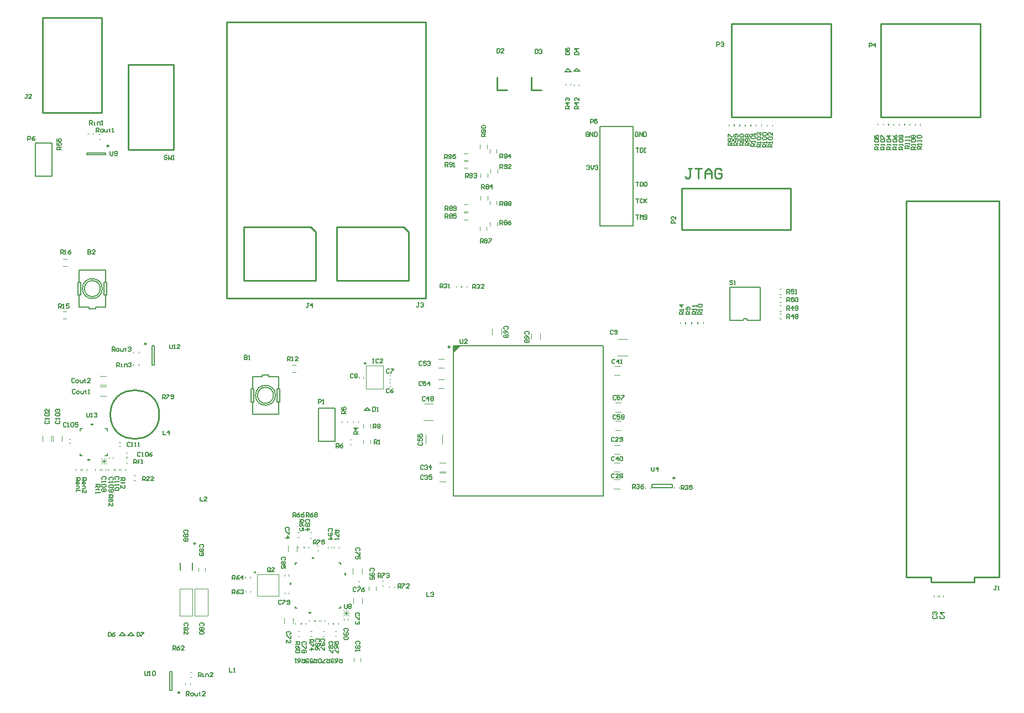
<source format=gbr>
G04 Layer_Color=65535*
%FSLAX43Y43*%
%MOMM*%
%TF.FileFunction,Legend,Top*%
%TF.Part,Single*%
G01*
G75*
%TA.AperFunction,NonConductor*%
%ADD60C,0.254*%
%ADD94C,0.051*%
%ADD135C,0.100*%
%ADD136C,0.250*%
%ADD137C,0.200*%
%ADD138C,0.102*%
%ADD139C,0.127*%
%ADD145C,0.152*%
%ADD146C,0.076*%
G36*
X121534Y57345D02*
X121280D01*
Y57726D01*
X121534D01*
Y57345D01*
D02*
G37*
G36*
X113152Y55845D02*
X112898D01*
Y56226D01*
X113152D01*
Y55845D01*
D02*
G37*
G36*
X116157Y51468D02*
X115776D01*
Y51722D01*
X116157D01*
Y51468D01*
D02*
G37*
G36*
X116657Y59850D02*
X116276D01*
Y60104D01*
X116657D01*
Y59850D01*
D02*
G37*
G36*
X137941Y91501D02*
Y92501D01*
X138941D01*
X137941Y91501D01*
D02*
G37*
G36*
X82808Y80381D02*
X82427D01*
Y80635D01*
X82808D01*
Y80381D01*
D02*
G37*
G36*
X82308Y74909D02*
X81927D01*
Y75163D01*
X82308D01*
Y74909D01*
D02*
G37*
D60*
X92917Y81989D02*
G03*
X92917Y81989I-3750J0D01*
G01*
X124547Y89840D02*
G03*
X124547Y89840I-100J0D01*
G01*
X217894Y127584D02*
X218631D01*
X218681Y127635D01*
Y141859D01*
X203441Y127584D02*
X217894D01*
X203441D02*
Y141859D01*
X218681D01*
X195034Y127584D02*
X195771D01*
X195821Y127635D01*
Y141859D01*
X180581Y127584D02*
X195034D01*
X180581D02*
Y141859D01*
X195821D01*
X75083Y128299D02*
X84083D01*
X75083D02*
Y142799D01*
X84083Y128299D02*
Y142799D01*
X75083D02*
X84083D01*
X120123Y102488D02*
X131123D01*
X120123D02*
Y110718D01*
X130366D01*
X131123Y109962D01*
Y102488D02*
Y109962D01*
X144615Y131775D02*
X146139D01*
X144615D02*
Y133680D01*
X207288Y57079D02*
X211098D01*
Y56317D02*
Y57079D01*
X207288D02*
Y114737D01*
X211098Y56317D02*
X217702D01*
Y57079D01*
X221512D01*
X207288Y114737D02*
X221512D01*
Y57079D02*
Y114737D01*
X88156Y122634D02*
Y135634D01*
X95156Y122634D02*
Y135634D01*
X88156Y122634D02*
X95156D01*
X88156Y135634D02*
X95156D01*
X172917Y116637D02*
X189567D01*
X172917Y110337D02*
X189567D01*
Y116637D01*
X172917Y110337D02*
Y116637D01*
X105873Y102488D02*
X116873D01*
X105873D02*
Y110718D01*
X116116D01*
X116873Y109962D01*
Y102488D02*
Y109962D01*
X149873Y131775D02*
X151397D01*
X149873D02*
Y133680D01*
X103253Y99838D02*
Y142138D01*
X133753Y99838D02*
Y142138D01*
X103253D02*
X133753D01*
X103253Y99838D02*
X133753D01*
X174485Y119735D02*
X173977D01*
X174231D01*
Y118466D01*
X173977Y118212D01*
X173723D01*
X173469Y118466D01*
X174993Y119735D02*
X176009D01*
X175501D01*
Y118212D01*
X176516D02*
Y119227D01*
X177024Y119735D01*
X177532Y119227D01*
Y118212D01*
Y118973D01*
X176516D01*
X179056Y119481D02*
X178802Y119735D01*
X178294D01*
X178040Y119481D01*
Y118466D01*
X178294Y118212D01*
X178802D01*
X179056Y118466D01*
Y118973D01*
X178548D01*
D94*
X116667Y50267D02*
Y50470D01*
X115880Y50267D02*
Y50470D01*
X89751Y91437D02*
Y91641D01*
X88964Y91437D02*
Y91641D01*
X96882Y40589D02*
Y40792D01*
X97670Y40589D02*
Y40792D01*
X83656Y124175D02*
X83859D01*
X83656Y124962D02*
X83859D01*
X106879Y56903D02*
Y57106D01*
X106091Y56903D02*
Y57106D01*
X106879Y54770D02*
Y54973D01*
X106091Y54770D02*
Y54973D01*
X89751Y89507D02*
Y89710D01*
X88964Y89507D02*
Y89710D01*
X97619Y42520D02*
X97822D01*
X97619Y41732D02*
X97822D01*
X81954Y124962D02*
Y125165D01*
X82742Y124962D02*
Y125165D01*
X87744Y73429D02*
Y73632D01*
X86957Y73429D02*
Y73632D01*
X87795Y74546D02*
X87998D01*
X87795Y75334D02*
X87998D01*
X127030Y55677D02*
X127233D01*
X127030Y56464D02*
X127233D01*
X128148Y55423D02*
Y55626D01*
X128935Y55423D02*
Y55626D01*
X117953Y47988D02*
X118156D01*
X117953Y48775D02*
X118156D01*
X119807Y47988D02*
X120010D01*
X119807Y48775D02*
X120010D01*
X116015Y63881D02*
X116218D01*
X116015Y63094D02*
X116218D01*
X114110Y63906D02*
X114313D01*
X114110Y63119D02*
X114313D01*
X114143Y47988D02*
X114346D01*
X114143Y48775D02*
X114346D01*
X116048Y47988D02*
X116251D01*
X116048Y48775D02*
X116251D01*
X81826Y73429D02*
Y73632D01*
X81039Y73429D02*
Y73632D01*
X80912Y73429D02*
Y73632D01*
X80124Y73429D02*
Y73632D01*
X120426Y61519D02*
Y61722D01*
X119639Y61519D02*
Y61722D01*
X119588Y49860D02*
Y50063D01*
X120375Y49860D02*
Y50063D01*
X114981Y61551D02*
Y61755D01*
X114194Y61551D02*
Y61755D01*
X113771Y49860D02*
Y50063D01*
X114559Y49860D02*
Y50063D01*
X85941Y73429D02*
Y73632D01*
X85154Y73429D02*
Y73632D01*
X117124Y61087D02*
X117327D01*
X117124Y61874D02*
X117327D01*
X187922Y100452D02*
X188125D01*
X187922Y101240D02*
X188125D01*
X187922Y99208D02*
X188125D01*
X187922Y99995D02*
X188125D01*
X187922Y97912D02*
X188125D01*
X187922Y98700D02*
X188125D01*
X187922Y96668D02*
X188125D01*
X187922Y97455D02*
X188125D01*
X155893Y132500D02*
Y132703D01*
X155105Y132500D02*
Y132703D01*
X157213Y132418D02*
Y132621D01*
X156426Y132418D02*
Y132621D01*
X167319Y70598D02*
Y70802D01*
X168106Y70598D02*
Y70802D01*
X171719Y70698D02*
Y70902D01*
X172506Y70698D02*
Y70902D01*
X139992Y101498D02*
Y101702D01*
X139205Y101498D02*
Y101702D01*
X139129Y101498D02*
Y101702D01*
X138341Y101498D02*
Y101702D01*
X173419Y95961D02*
Y96164D01*
X172631Y95961D02*
Y96164D01*
X175264Y95961D02*
Y96164D01*
X174477Y95961D02*
Y96164D01*
X176187Y95961D02*
Y96164D01*
X175400Y95961D02*
Y96164D01*
X173554Y95961D02*
Y96164D01*
X174341Y95961D02*
Y96164D01*
X122111Y78130D02*
X122314D01*
X122111Y77343D02*
X122314D01*
X121679Y80772D02*
Y80975D01*
X120891Y80772D02*
Y80975D01*
X123406Y80772D02*
Y80975D01*
X122619Y80772D02*
Y80975D01*
X83884Y73429D02*
Y73632D01*
X83096Y73429D02*
Y73632D01*
X182570Y126236D02*
Y126440D01*
X181782Y126236D02*
Y126440D01*
X180099Y126263D02*
Y126467D01*
X180886Y126263D02*
Y126467D01*
X183412Y126236D02*
Y126440D01*
X182624Y126236D02*
Y126440D01*
X180941Y126263D02*
Y126467D01*
X181728Y126263D02*
Y126467D01*
X185937Y126236D02*
Y126440D01*
X185150Y126236D02*
Y126440D01*
X183466Y126263D02*
Y126467D01*
X184254Y126263D02*
Y126467D01*
X186779Y126236D02*
Y126440D01*
X185992Y126236D02*
Y126440D01*
X184308Y126263D02*
Y126467D01*
X185095Y126263D02*
Y126467D01*
X205354Y126338D02*
Y126541D01*
X204566Y126338D02*
Y126541D01*
X202933Y126365D02*
Y126568D01*
X203721Y126365D02*
Y126568D01*
X206170Y126338D02*
Y126541D01*
X205383Y126338D02*
Y126541D01*
X208619Y126338D02*
Y126541D01*
X207832Y126338D02*
Y126541D01*
X206199Y126365D02*
Y126568D01*
X206987Y126365D02*
Y126568D01*
X209436Y126338D02*
Y126541D01*
X208648Y126338D02*
Y126541D01*
X203750Y126365D02*
Y126568D01*
X204537Y126365D02*
Y126568D01*
X207016Y126365D02*
Y126568D01*
X207803Y126365D02*
Y126568D01*
X89040Y72644D02*
X89243D01*
X89040Y71857D02*
X89243D01*
D135*
X99954Y57963D02*
Y58522D01*
X98887Y57963D02*
Y58522D01*
X144590Y122098D02*
Y122657D01*
X143523Y122098D02*
Y122657D01*
X142100Y118389D02*
Y118948D01*
X143167Y118389D02*
Y118948D01*
X143624Y118999D02*
Y119558D01*
X144691Y118999D02*
Y119558D01*
X139560Y120828D02*
X140119D01*
X139560Y119761D02*
X140119D01*
X143116Y122758D02*
Y123317D01*
X142050Y122758D02*
Y123317D01*
X144590Y114173D02*
Y114732D01*
X143523Y114173D02*
Y114732D01*
X141999Y110211D02*
Y110769D01*
X143066Y110211D02*
Y110769D01*
X143548Y110922D02*
Y111481D01*
X144615Y110922D02*
Y111481D01*
X139586Y112903D02*
X140145D01*
X139586Y111836D02*
X140145D01*
X143193Y114884D02*
Y115443D01*
X142126Y114884D02*
Y115443D01*
X78219Y105791D02*
X78778D01*
X78219Y104724D02*
X78778D01*
X78143Y96723D02*
X78702D01*
X78143Y97790D02*
X78702D01*
X113271Y89535D02*
X113830D01*
X113271Y88468D02*
X113830D01*
X125235Y79934D02*
Y80493D01*
X124168Y79934D02*
Y80493D01*
X125235Y77521D02*
Y78080D01*
X124168Y77521D02*
Y78080D01*
X83884Y86230D02*
X84747D01*
X83884Y84859D02*
X84747D01*
X125024Y55042D02*
Y55601D01*
X126090Y55042D02*
Y55601D01*
X122687Y44094D02*
Y44653D01*
X123754Y44094D02*
Y44653D01*
X97066Y55252D02*
X98023D01*
Y51163D02*
Y55252D01*
X96023Y51163D02*
X98023D01*
X96023D02*
Y55252D01*
X97066D01*
X99377D02*
X100335D01*
Y51163D02*
Y55252D01*
X98335Y51163D02*
X100335D01*
X98335D02*
Y55252D01*
X99377D01*
X123955Y57538D02*
Y58402D01*
X122584Y57538D02*
Y58402D01*
X114016Y60993D02*
Y61856D01*
X112644Y60993D02*
Y61856D01*
X122611Y52984D02*
Y53848D01*
X123982Y52984D02*
Y53848D01*
X112044Y49936D02*
Y50800D01*
X113416Y49936D02*
Y50800D01*
X78016Y77848D02*
Y78712D01*
X76645Y77848D02*
Y78712D01*
X75070Y77848D02*
Y78712D01*
X76441Y77848D02*
Y78712D01*
X145286Y94268D02*
Y95132D01*
X143914Y94268D02*
Y95132D01*
X149914Y93568D02*
Y94432D01*
X151286Y93568D02*
Y94432D01*
X162768Y80986D02*
X163632D01*
X162768Y79614D02*
X163632D01*
X162768Y82414D02*
X163632D01*
X162768Y83786D02*
X163632D01*
X136270Y77463D02*
Y78928D01*
X133755Y77540D02*
Y78887D01*
X135668Y87401D02*
X136532D01*
X135668Y86030D02*
X136532D01*
X135668Y89114D02*
X136532D01*
X135668Y90486D02*
X136532D01*
X133440Y83645D02*
X134787D01*
X133363Y81130D02*
X134828D01*
X162568Y89386D02*
X163432D01*
X162568Y88014D02*
X163432D01*
X162568Y73214D02*
X163432D01*
X162568Y74586D02*
X163432D01*
X135868Y71714D02*
X136732D01*
X135868Y73086D02*
X136732D01*
X135868Y74586D02*
X136732D01*
X135868Y73214D02*
X136732D01*
X162568Y75914D02*
X163432D01*
X162568Y77286D02*
X163432D01*
X162547Y70637D02*
X163411D01*
X162547Y72009D02*
X163411D01*
X163208Y93523D02*
X164555D01*
X163132Y91008D02*
X164597D01*
X139560Y122022D02*
X140119D01*
X139560Y120955D02*
X140119D01*
X139586Y114173D02*
X140145D01*
X139586Y113106D02*
X140145D01*
X107896Y54212D02*
Y57512D01*
Y54212D02*
X111196D01*
X107896Y57512D02*
X111196D01*
X111198Y54212D02*
Y57512D01*
X124574Y85903D02*
X127241D01*
Y89459D01*
X124574D02*
X127241D01*
X124574Y85903D02*
Y89459D01*
X83884Y87856D02*
X84747D01*
X83884Y86484D02*
X84747D01*
X107387Y57973D02*
X107653Y57706D01*
X107387D02*
X107653Y57973D01*
X107387Y57840D02*
X107653D01*
X107520Y57706D02*
Y57973D01*
D136*
X96023Y39373D02*
G03*
X96023Y39373I-125J0D01*
G01*
X85175Y123165D02*
G03*
X85175Y123165I-125J0D01*
G01*
X90911Y92831D02*
G03*
X90911Y92831I-125J0D01*
G01*
X171842Y72269D02*
G03*
X171842Y72269I-125J0D01*
G01*
X137416Y92351D02*
G03*
X137416Y92351I-125J0D01*
G01*
D137*
X182971Y96418D02*
G03*
X182336Y96418I-317J0D01*
G01*
X182971D02*
X184979D01*
X180329D02*
X182336D01*
X180329D02*
Y101498D01*
X184979D01*
Y96418D02*
Y101498D01*
X94548Y42598D02*
X94848D01*
Y39698D02*
Y42598D01*
X94548Y39698D02*
Y42598D01*
Y39698D02*
X94848D01*
X81825Y121815D02*
Y122115D01*
X84725D01*
X81825Y121815D02*
X84725D01*
Y122115D01*
X91836Y89606D02*
X92136D01*
X91836D02*
Y92506D01*
X92136Y89606D02*
Y92506D01*
X91836D02*
X92136D01*
X171467Y70819D02*
Y71319D01*
X168367Y70819D02*
Y71319D01*
X171467D01*
X168367Y70819D02*
X171467D01*
X119799Y77851D02*
Y82931D01*
X117259D02*
X119799D01*
X117259Y77851D02*
Y82931D01*
Y77851D02*
X119799D01*
X96144Y58191D02*
Y59233D01*
X98023Y58191D02*
Y59233D01*
X160388Y126187D02*
X165468D01*
Y110947D02*
Y126187D01*
X160388Y110947D02*
X165468D01*
X160388D02*
Y126187D01*
X73927Y118491D02*
Y123571D01*
Y118491D02*
X76467D01*
Y123571D01*
X73927D02*
X76467D01*
X160941Y69501D02*
Y92501D01*
X137941D02*
X160941D01*
X137941Y91501D02*
X138941Y92501D01*
X137941Y69501D02*
X160941D01*
X137941D02*
Y92501D01*
D138*
X118242Y50267D02*
Y50470D01*
X117632Y50267D02*
Y50470D01*
X117404Y50267D02*
Y50470D01*
X116794Y50267D02*
Y50470D01*
X123397Y56370D02*
X123600D01*
X123397Y55760D02*
X123600D01*
X118740Y61551D02*
Y61755D01*
X119350Y61551D02*
Y61755D01*
X119461Y49835D02*
Y50038D01*
X118851Y49835D02*
Y50038D01*
X115159Y61551D02*
Y61755D01*
X115769Y61551D02*
Y61755D01*
X115321Y49860D02*
Y50063D01*
X114711Y49860D02*
Y50063D01*
X121805Y50498D02*
Y50702D01*
X121195Y50498D02*
Y50702D01*
X112120Y57252D02*
Y57455D01*
X112730Y57252D02*
Y57455D01*
X112095Y54483D02*
Y54686D01*
X112705Y54483D02*
Y54686D01*
X86746Y77721D02*
X86949D01*
X86746Y77112D02*
X86949D01*
X86119Y73429D02*
Y73632D01*
X86728Y73429D02*
Y73632D01*
X85230Y75232D02*
Y75435D01*
X85839Y75232D02*
Y75435D01*
X84087Y73429D02*
Y73632D01*
X84696Y73429D02*
Y73632D01*
X87795Y76147D02*
X87998D01*
X87795Y75537D02*
X87998D01*
X79098Y77595D02*
X79302D01*
X79098Y78205D02*
X79302D01*
X124117Y87579D02*
Y87782D01*
X123508Y87579D02*
Y87782D01*
X128130Y87376D02*
X128334D01*
X128130Y87986D02*
X128334D01*
X128130Y86284D02*
X128334D01*
X128130Y86893D02*
X128334D01*
X212395Y54023D02*
Y54227D01*
X213005Y54023D02*
Y54227D01*
X211532Y54023D02*
Y54227D01*
X212141Y54023D02*
Y54227D01*
D139*
X110706Y84938D02*
G03*
X110706Y84938I-1524J0D01*
G01*
X110401D02*
G03*
X110401Y84938I-1219J0D01*
G01*
X84188Y101295D02*
G03*
X84188Y101295I-1524J0D01*
G01*
X83884D02*
G03*
X83884Y101295I-1219J0D01*
G01*
X86792Y48108D02*
X87706D01*
X86792D02*
X87249Y48565D01*
X87706Y48108D01*
X155042Y134570D02*
X155956D01*
X155042D02*
X155499Y135027D01*
X155956Y134570D01*
X156388Y134595D02*
X157302D01*
X156388D02*
X156845Y135052D01*
X157302Y134595D01*
X124740Y83071D02*
X125197Y82614D01*
X124282D02*
X124740Y83071D01*
X124282Y82614D02*
X125197D01*
X107182Y82067D02*
X111189D01*
X109690Y87788D02*
X111189D01*
X107182D02*
X108682D01*
X109690D02*
Y88038D01*
X108682D02*
X109690D01*
X108682Y87788D02*
Y88038D01*
X110985Y83922D02*
Y85938D01*
Y83922D02*
X111189D01*
X111392D01*
Y85938D01*
X111189D02*
X111392D01*
X110985D02*
X111189D01*
X106982Y83922D02*
Y85938D01*
Y83922D02*
X107182D01*
X107382D01*
Y85938D01*
X107182D02*
X107382D01*
X106982D02*
X107182D01*
X111189D02*
Y87788D01*
Y82067D02*
Y83922D01*
X107182Y82067D02*
Y83922D01*
Y85938D02*
Y87788D01*
X88113Y48108D02*
X89027D01*
X88113D02*
X88570Y48565D01*
X89027Y48108D01*
X80658Y104165D02*
X84664D01*
X80658Y98445D02*
X82156D01*
X83164D02*
X84664D01*
X82156Y98195D02*
Y98445D01*
Y98195D02*
X83164D01*
Y98445D01*
X80861Y100295D02*
Y102311D01*
X80658D02*
X80861D01*
X80455D02*
X80658D01*
X80455Y100295D02*
Y102311D01*
Y100295D02*
X80658D01*
X80861D01*
X84864D02*
Y102311D01*
X84664D02*
X84864D01*
X84464D02*
X84664D01*
X84464Y100295D02*
Y102311D01*
Y100295D02*
X84664D01*
X84864D01*
X80658Y98445D02*
Y100295D01*
Y102311D02*
Y104165D01*
X84664Y102311D02*
Y104165D01*
Y98445D02*
Y100295D01*
X105982Y91059D02*
Y90424D01*
X106299D01*
X106405Y90530D01*
Y90636D01*
X106299Y90741D01*
X105982D01*
X106299D01*
X106405Y90847D01*
Y90953D01*
X106299Y91059D01*
X105982D01*
X106616Y90424D02*
X106828D01*
X106722D01*
Y91059D01*
X106616Y90953D01*
X82000Y107235D02*
Y106600D01*
X82317D01*
X82423Y106706D01*
Y106812D01*
X82317Y106917D01*
X82000D01*
X82317D01*
X82423Y107023D01*
Y107129D01*
X82317Y107235D01*
X82000D01*
X83058Y106600D02*
X82635D01*
X83058Y107023D01*
Y107129D01*
X82952Y107235D01*
X82741D01*
X82635Y107129D01*
X211471Y51123D02*
X211365Y51017D01*
Y50806D01*
X211471Y50700D01*
X211894D01*
X212000Y50806D01*
Y51017D01*
X211894Y51123D01*
X211471Y51335D02*
X211365Y51441D01*
Y51652D01*
X211471Y51758D01*
X211577D01*
X211683Y51652D01*
Y51546D01*
Y51652D01*
X211788Y51758D01*
X211894D01*
X212000Y51652D01*
Y51441D01*
X211894Y51335D01*
X212571Y51123D02*
X212465Y51017D01*
Y50806D01*
X212571Y50700D01*
X212994D01*
X213100Y50806D01*
Y51017D01*
X212994Y51123D01*
X213100Y51652D02*
X212465D01*
X212783Y51335D01*
Y51758D01*
X128122Y85848D02*
X128016Y85953D01*
X127804D01*
X127699Y85848D01*
Y85424D01*
X127804Y85319D01*
X128016D01*
X128122Y85424D01*
X128757Y85953D02*
X128545Y85848D01*
X128333Y85636D01*
Y85424D01*
X128439Y85319D01*
X128651D01*
X128757Y85424D01*
Y85530D01*
X128651Y85636D01*
X128333D01*
X128173Y88870D02*
X128067Y88976D01*
X127855D01*
X127749Y88870D01*
Y88447D01*
X127855Y88341D01*
X128067D01*
X128173Y88447D01*
X128384Y88976D02*
X128807D01*
Y88870D01*
X128384Y88447D01*
Y88341D01*
X122623Y88129D02*
X122517Y88235D01*
X122306D01*
X122200Y88129D01*
Y87706D01*
X122306Y87600D01*
X122517D01*
X122623Y87706D01*
X122835Y88129D02*
X122941Y88235D01*
X123152D01*
X123258Y88129D01*
Y88023D01*
X123152Y87917D01*
X123258Y87812D01*
Y87706D01*
X123152Y87600D01*
X122941D01*
X122835Y87706D01*
Y87812D01*
X122941Y87917D01*
X122835Y88023D01*
Y88129D01*
X122941Y87917D02*
X123152D01*
X162412Y94839D02*
X162306Y94945D01*
X162094D01*
X161989Y94839D01*
Y94416D01*
X162094Y94310D01*
X162306D01*
X162412Y94416D01*
X162623D02*
X162729Y94310D01*
X162941D01*
X163047Y94416D01*
Y94839D01*
X162941Y94945D01*
X162729D01*
X162623Y94839D01*
Y94733D01*
X162729Y94628D01*
X163047D01*
X162594Y72791D02*
X162488Y72897D01*
X162277D01*
X162171Y72791D01*
Y72368D01*
X162277Y72262D01*
X162488D01*
X162594Y72368D01*
X163229Y72262D02*
X162806D01*
X163229Y72686D01*
Y72791D01*
X163123Y72897D01*
X162912D01*
X162806Y72791D01*
X163441D02*
X163546Y72897D01*
X163758D01*
X163864Y72791D01*
Y72686D01*
X163758Y72580D01*
X163864Y72474D01*
Y72368D01*
X163758Y72262D01*
X163546D01*
X163441Y72368D01*
Y72474D01*
X163546Y72580D01*
X163441Y72686D01*
Y72791D01*
X163546Y72580D02*
X163758D01*
X162590Y78405D02*
X162484Y78511D01*
X162272D01*
X162166Y78405D01*
Y77982D01*
X162272Y77876D01*
X162484D01*
X162590Y77982D01*
X163224Y77876D02*
X162801D01*
X163224Y78300D01*
Y78405D01*
X163119Y78511D01*
X162907D01*
X162801Y78405D01*
X163436Y77982D02*
X163542Y77876D01*
X163753D01*
X163859Y77982D01*
Y78405D01*
X163753Y78511D01*
X163542D01*
X163436Y78405D01*
Y78300D01*
X163542Y78194D01*
X163859D01*
X133354Y74113D02*
X133248Y74219D01*
X133037D01*
X132931Y74113D01*
Y73690D01*
X133037Y73584D01*
X133248D01*
X133354Y73690D01*
X133566Y74113D02*
X133672Y74219D01*
X133883D01*
X133989Y74113D01*
Y74007D01*
X133883Y73901D01*
X133777D01*
X133883D01*
X133989Y73795D01*
Y73690D01*
X133883Y73584D01*
X133672D01*
X133566Y73690D01*
X134518Y73584D02*
Y74219D01*
X134201Y73901D01*
X134624D01*
X133380Y72589D02*
X133274Y72695D01*
X133062D01*
X132956Y72589D01*
Y72166D01*
X133062Y72060D01*
X133274D01*
X133380Y72166D01*
X133591Y72589D02*
X133697Y72695D01*
X133909D01*
X134014Y72589D01*
Y72483D01*
X133909Y72377D01*
X133803D01*
X133909D01*
X134014Y72271D01*
Y72166D01*
X133909Y72060D01*
X133697D01*
X133591Y72166D01*
X134649Y72695D02*
X134226D01*
Y72377D01*
X134438Y72483D01*
X134543D01*
X134649Y72377D01*
Y72166D01*
X134543Y72060D01*
X134332D01*
X134226Y72166D01*
X162623Y75429D02*
X162517Y75535D01*
X162306D01*
X162200Y75429D01*
Y75006D01*
X162306Y74900D01*
X162517D01*
X162623Y75006D01*
X163152Y74900D02*
Y75535D01*
X162835Y75217D01*
X163258D01*
X163470Y75429D02*
X163575Y75535D01*
X163787D01*
X163893Y75429D01*
Y75006D01*
X163787Y74900D01*
X163575D01*
X163470Y75006D01*
Y75429D01*
X162717Y90318D02*
X162611Y90424D01*
X162399D01*
X162293Y90318D01*
Y89895D01*
X162399Y89789D01*
X162611D01*
X162717Y89895D01*
X163246Y89789D02*
Y90424D01*
X162928Y90106D01*
X163351D01*
X163563Y89789D02*
X163775D01*
X163669D01*
Y90424D01*
X163563Y90318D01*
X133623Y84629D02*
X133517Y84735D01*
X133306D01*
X133200Y84629D01*
Y84206D01*
X133306Y84100D01*
X133517D01*
X133623Y84206D01*
X134152Y84100D02*
Y84735D01*
X133835Y84417D01*
X134258D01*
X134470Y84629D02*
X134575Y84735D01*
X134787D01*
X134893Y84629D01*
Y84523D01*
X134787Y84417D01*
X134893Y84312D01*
Y84206D01*
X134787Y84100D01*
X134575D01*
X134470Y84206D01*
Y84312D01*
X134575Y84417D01*
X134470Y84523D01*
Y84629D01*
X134575Y84417D02*
X134787D01*
X133145Y90050D02*
X133039Y90155D01*
X132828D01*
X132722Y90050D01*
Y89626D01*
X132828Y89521D01*
X133039D01*
X133145Y89626D01*
X133780Y90155D02*
X133357D01*
Y89838D01*
X133568Y89944D01*
X133674D01*
X133780Y89838D01*
Y89626D01*
X133674Y89521D01*
X133462D01*
X133357Y89626D01*
X133991Y90050D02*
X134097Y90155D01*
X134309D01*
X134415Y90050D01*
Y89944D01*
X134309Y89838D01*
X134203D01*
X134309D01*
X134415Y89732D01*
Y89626D01*
X134309Y89521D01*
X134097D01*
X133991Y89626D01*
X133123Y86929D02*
X133017Y87035D01*
X132806D01*
X132700Y86929D01*
Y86506D01*
X132806Y86400D01*
X133017D01*
X133123Y86506D01*
X133758Y87035D02*
X133335D01*
Y86717D01*
X133546Y86823D01*
X133652D01*
X133758Y86717D01*
Y86506D01*
X133652Y86400D01*
X133441D01*
X133335Y86506D01*
X134287Y86400D02*
Y87035D01*
X133970Y86717D01*
X134393D01*
X132671Y77723D02*
X132565Y77617D01*
Y77406D01*
X132671Y77300D01*
X133094D01*
X133200Y77406D01*
Y77617D01*
X133094Y77723D01*
X132565Y78358D02*
Y77935D01*
X132883D01*
X132777Y78146D01*
Y78252D01*
X132883Y78358D01*
X133094D01*
X133200Y78252D01*
Y78041D01*
X133094Y77935D01*
X132565Y78993D02*
Y78570D01*
X132883D01*
X132777Y78781D01*
Y78887D01*
X132883Y78993D01*
X133094D01*
X133200Y78887D01*
Y78675D01*
X133094Y78570D01*
X162844Y84806D02*
X162738Y84912D01*
X162526D01*
X162420Y84806D01*
Y84383D01*
X162526Y84277D01*
X162738D01*
X162844Y84383D01*
X163478Y84912D02*
X163055D01*
Y84595D01*
X163267Y84700D01*
X163373D01*
X163478Y84595D01*
Y84383D01*
X163373Y84277D01*
X163161D01*
X163055Y84383D01*
X163690Y84912D02*
X164113D01*
Y84806D01*
X163690Y84383D01*
Y84277D01*
X162818Y81834D02*
X162712Y81940D01*
X162501D01*
X162395Y81834D01*
Y81411D01*
X162501Y81305D01*
X162712D01*
X162818Y81411D01*
X163453Y81940D02*
X163030D01*
Y81623D01*
X163241Y81729D01*
X163347D01*
X163453Y81623D01*
Y81411D01*
X163347Y81305D01*
X163136D01*
X163030Y81411D01*
X163665Y81834D02*
X163770Y81940D01*
X163982D01*
X164088Y81834D01*
Y81729D01*
X163982Y81623D01*
X164088Y81517D01*
Y81411D01*
X163982Y81305D01*
X163770D01*
X163665Y81411D01*
Y81517D01*
X163770Y81623D01*
X163665Y81729D01*
Y81834D01*
X163770Y81623D02*
X163982D01*
X149429Y94277D02*
X149535Y94383D01*
Y94594D01*
X149429Y94700D01*
X149006D01*
X148900Y94594D01*
Y94383D01*
X149006Y94277D01*
X149535Y93642D02*
X149429Y93854D01*
X149217Y94065D01*
X149006D01*
X148900Y93959D01*
Y93748D01*
X149006Y93642D01*
X149112D01*
X149217Y93748D01*
Y94065D01*
X149429Y93430D02*
X149535Y93325D01*
Y93113D01*
X149429Y93007D01*
X149323D01*
X149217Y93113D01*
X149112Y93007D01*
X149006D01*
X148900Y93113D01*
Y93325D01*
X149006Y93430D01*
X149112D01*
X149217Y93325D01*
X149323Y93430D01*
X149429D01*
X149217Y93325D02*
Y93113D01*
X146229Y95077D02*
X146335Y95183D01*
Y95394D01*
X146229Y95500D01*
X145806D01*
X145700Y95394D01*
Y95183D01*
X145806Y95077D01*
X146335Y94442D02*
X146229Y94654D01*
X146017Y94865D01*
X145806D01*
X145700Y94759D01*
Y94548D01*
X145806Y94442D01*
X145912D01*
X146017Y94548D01*
Y94865D01*
X145806Y94230D02*
X145700Y94125D01*
Y93913D01*
X145806Y93807D01*
X146229D01*
X146335Y93913D01*
Y94125D01*
X146229Y94230D01*
X146123D01*
X146017Y94125D01*
Y93807D01*
X97206Y63864D02*
X97312Y63970D01*
Y64182D01*
X97206Y64287D01*
X96783D01*
X96677Y64182D01*
Y63970D01*
X96783Y63864D01*
X97206Y63653D02*
X97312Y63547D01*
Y63335D01*
X97206Y63229D01*
X97100D01*
X96995Y63335D01*
X96889Y63229D01*
X96783D01*
X96677Y63335D01*
Y63547D01*
X96783Y63653D01*
X96889D01*
X96995Y63547D01*
X97100Y63653D01*
X97206D01*
X96995Y63547D02*
Y63335D01*
X97206Y63018D02*
X97312Y62912D01*
Y62700D01*
X97206Y62595D01*
X97100D01*
X96995Y62700D01*
X96889Y62595D01*
X96783D01*
X96677Y62700D01*
Y62912D01*
X96783Y63018D01*
X96889D01*
X96995Y62912D01*
X97100Y63018D01*
X97206D01*
X96995Y62912D02*
Y62700D01*
X75531Y81040D02*
X75426Y80934D01*
Y80723D01*
X75531Y80617D01*
X75955D01*
X76060Y80723D01*
Y80934D01*
X75955Y81040D01*
X76060Y81252D02*
Y81463D01*
Y81358D01*
X75426D01*
X75531Y81252D01*
Y81781D02*
X75426Y81887D01*
Y82098D01*
X75531Y82204D01*
X75955D01*
X76060Y82098D01*
Y81887D01*
X75955Y81781D01*
X75531D01*
X76060Y82839D02*
Y82416D01*
X75637Y82839D01*
X75531D01*
X75426Y82733D01*
Y82521D01*
X75531Y82416D01*
X77132Y81040D02*
X77026Y80934D01*
Y80723D01*
X77132Y80617D01*
X77555D01*
X77661Y80723D01*
Y80934D01*
X77555Y81040D01*
X77661Y81252D02*
Y81463D01*
Y81358D01*
X77026D01*
X77132Y81252D01*
Y81781D02*
X77026Y81887D01*
Y82098D01*
X77132Y82204D01*
X77555D01*
X77661Y82098D01*
Y81887D01*
X77555Y81781D01*
X77132D01*
Y82416D02*
X77026Y82521D01*
Y82733D01*
X77132Y82839D01*
X77237D01*
X77343Y82733D01*
Y82627D01*
Y82733D01*
X77449Y82839D01*
X77555D01*
X77661Y82733D01*
Y82521D01*
X77555Y82416D01*
X78662Y80652D02*
X78557Y80758D01*
X78345D01*
X78239Y80652D01*
Y80229D01*
X78345Y80123D01*
X78557D01*
X78662Y80229D01*
X78874Y80123D02*
X79086D01*
X78980D01*
Y80758D01*
X78874Y80652D01*
X79403D02*
X79509Y80758D01*
X79720D01*
X79826Y80652D01*
Y80229D01*
X79720Y80123D01*
X79509D01*
X79403Y80229D01*
Y80652D01*
X80461Y80758D02*
X80038D01*
Y80440D01*
X80249Y80546D01*
X80355D01*
X80461Y80440D01*
Y80229D01*
X80355Y80123D01*
X80144D01*
X80038Y80229D01*
X90047Y76091D02*
X89941Y76197D01*
X89730D01*
X89624Y76091D01*
Y75668D01*
X89730Y75562D01*
X89941D01*
X90047Y75668D01*
X90259Y75562D02*
X90470D01*
X90365D01*
Y76197D01*
X90259Y76091D01*
X90788D02*
X90894Y76197D01*
X91105D01*
X91211Y76091D01*
Y75668D01*
X91105Y75562D01*
X90894D01*
X90788Y75668D01*
Y76091D01*
X91846Y76197D02*
X91634Y76091D01*
X91423Y75880D01*
Y75668D01*
X91528Y75562D01*
X91740D01*
X91846Y75668D01*
Y75774D01*
X91740Y75880D01*
X91423D01*
X84641Y72015D02*
X84747Y72121D01*
Y72332D01*
X84641Y72438D01*
X84218D01*
X84112Y72332D01*
Y72121D01*
X84218Y72015D01*
X84112Y71803D02*
Y71592D01*
Y71698D01*
X84747D01*
X84641Y71803D01*
Y71274D02*
X84747Y71169D01*
Y70957D01*
X84641Y70851D01*
X84218D01*
X84112Y70957D01*
Y71169D01*
X84218Y71274D01*
X84641D01*
Y70640D02*
X84747Y70534D01*
Y70322D01*
X84641Y70216D01*
X84535D01*
X84430Y70322D01*
X84324Y70216D01*
X84218D01*
X84112Y70322D01*
Y70534D01*
X84218Y70640D01*
X84324D01*
X84430Y70534D01*
X84535Y70640D01*
X84641D01*
X84430Y70534D02*
Y70322D01*
X85759Y71939D02*
X85865Y72045D01*
Y72256D01*
X85759Y72362D01*
X85336D01*
X85230Y72256D01*
Y72045D01*
X85336Y71939D01*
X85230Y71727D02*
Y71516D01*
Y71621D01*
X85865D01*
X85759Y71727D01*
Y71198D02*
X85865Y71092D01*
Y70881D01*
X85759Y70775D01*
X85336D01*
X85230Y70881D01*
Y71092D01*
X85336Y71198D01*
X85759D01*
X85336Y70563D02*
X85230Y70458D01*
Y70246D01*
X85336Y70140D01*
X85759D01*
X85865Y70246D01*
Y70458D01*
X85759Y70563D01*
X85653D01*
X85547Y70458D01*
Y70140D01*
X86648Y72040D02*
X86754Y72146D01*
Y72358D01*
X86648Y72464D01*
X86225D01*
X86119Y72358D01*
Y72146D01*
X86225Y72040D01*
X86119Y71829D02*
Y71617D01*
Y71723D01*
X86754D01*
X86648Y71829D01*
X86119Y71300D02*
Y71088D01*
Y71194D01*
X86754D01*
X86648Y71300D01*
Y70771D02*
X86754Y70665D01*
Y70453D01*
X86648Y70348D01*
X86225D01*
X86119Y70453D01*
Y70665D01*
X86225Y70771D01*
X86648D01*
X88423Y77629D02*
X88317Y77735D01*
X88106D01*
X88000Y77629D01*
Y77206D01*
X88106Y77100D01*
X88317D01*
X88423Y77206D01*
X88635Y77100D02*
X88846D01*
X88741D01*
Y77735D01*
X88635Y77629D01*
X89164Y77100D02*
X89375D01*
X89270D01*
Y77735D01*
X89164Y77629D01*
X89693Y77100D02*
X89904D01*
X89799D01*
Y77735D01*
X89693Y77629D01*
X111623Y53429D02*
X111517Y53535D01*
X111306D01*
X111200Y53429D01*
Y53006D01*
X111306Y52900D01*
X111517D01*
X111623Y53006D01*
X111835Y53535D02*
X112258D01*
Y53429D01*
X111835Y53006D01*
Y52900D01*
X112470Y53006D02*
X112575Y52900D01*
X112787D01*
X112893Y53006D01*
Y53429D01*
X112787Y53535D01*
X112575D01*
X112470Y53429D01*
Y53323D01*
X112575Y53217D01*
X112893D01*
X112129Y59677D02*
X112235Y59783D01*
Y59994D01*
X112129Y60100D01*
X111706D01*
X111600Y59994D01*
Y59783D01*
X111706Y59677D01*
X112129Y59465D02*
X112235Y59359D01*
Y59148D01*
X112129Y59042D01*
X112023D01*
X111917Y59148D01*
X111812Y59042D01*
X111706D01*
X111600Y59148D01*
Y59359D01*
X111706Y59465D01*
X111812D01*
X111917Y59359D01*
X112023Y59465D01*
X112129D01*
X111917Y59359D02*
Y59148D01*
X112235Y58407D02*
Y58830D01*
X111917D01*
X112023Y58619D01*
Y58513D01*
X111917Y58407D01*
X111706D01*
X111600Y58513D01*
Y58725D01*
X111706Y58830D01*
X121726Y48798D02*
X121831Y48904D01*
Y49115D01*
X121726Y49221D01*
X121302D01*
X121197Y49115D01*
Y48904D01*
X121302Y48798D01*
Y48586D02*
X121197Y48481D01*
Y48269D01*
X121302Y48163D01*
X121726D01*
X121831Y48269D01*
Y48481D01*
X121726Y48586D01*
X121620D01*
X121514Y48481D01*
Y48163D01*
X121726Y47952D02*
X121831Y47846D01*
Y47634D01*
X121726Y47528D01*
X121302D01*
X121197Y47634D01*
Y47846D01*
X121302Y47952D01*
X121726D01*
X115292Y46737D02*
X115398Y46843D01*
Y47055D01*
X115292Y47161D01*
X114869D01*
X114763Y47055D01*
Y46843D01*
X114869Y46737D01*
X115398Y46526D02*
Y46103D01*
X115292D01*
X114869Y46526D01*
X114763D01*
X115292Y45891D02*
X115398Y45785D01*
Y45574D01*
X115292Y45468D01*
X115187D01*
X115081Y45574D01*
X114975Y45468D01*
X114869D01*
X114763Y45574D01*
Y45785D01*
X114869Y45891D01*
X114975D01*
X115081Y45785D01*
X115187Y45891D01*
X115292D01*
X115081Y45785D02*
Y45574D01*
X115829Y65477D02*
X115935Y65583D01*
Y65794D01*
X115829Y65900D01*
X115406D01*
X115300Y65794D01*
Y65583D01*
X115406Y65477D01*
X115829Y65265D02*
X115935Y65159D01*
Y64948D01*
X115829Y64842D01*
X115723D01*
X115617Y64948D01*
X115512Y64842D01*
X115406D01*
X115300Y64948D01*
Y65159D01*
X115406Y65265D01*
X115512D01*
X115617Y65159D01*
X115723Y65265D01*
X115829D01*
X115617Y65159D02*
Y64948D01*
X115300Y64313D02*
X115935D01*
X115617Y64630D01*
Y64207D01*
X119407Y46763D02*
X119513Y46869D01*
Y47080D01*
X119407Y47186D01*
X118984D01*
X118878Y47080D01*
Y46869D01*
X118984Y46763D01*
X119407Y46551D02*
X119513Y46445D01*
Y46234D01*
X119407Y46128D01*
X119301D01*
X119196Y46234D01*
X119090Y46128D01*
X118984D01*
X118878Y46234D01*
Y46445D01*
X118984Y46551D01*
X119090D01*
X119196Y46445D01*
X119301Y46551D01*
X119407D01*
X119196Y46445D02*
Y46234D01*
X119513Y45916D02*
Y45493D01*
X119407D01*
X118984Y45916D01*
X118878D01*
X119329Y64077D02*
X119435Y64183D01*
Y64394D01*
X119329Y64500D01*
X118906D01*
X118800Y64394D01*
Y64183D01*
X118906Y64077D01*
Y63865D02*
X118800Y63759D01*
Y63548D01*
X118906Y63442D01*
X119329D01*
X119435Y63548D01*
Y63759D01*
X119329Y63865D01*
X119223D01*
X119117Y63759D01*
Y63442D01*
X118800Y62913D02*
X119435D01*
X119117Y63230D01*
Y62807D01*
X112929Y48294D02*
X113035Y48400D01*
Y48611D01*
X112929Y48717D01*
X112506D01*
X112400Y48611D01*
Y48400D01*
X112506Y48294D01*
X113035Y48082D02*
Y47659D01*
X112929D01*
X112506Y48082D01*
X112400D01*
Y47024D02*
Y47448D01*
X112823Y47024D01*
X112929D01*
X113035Y47130D01*
Y47342D01*
X112929Y47448D01*
X123495Y51139D02*
X123601Y51245D01*
Y51456D01*
X123495Y51562D01*
X123072D01*
X122966Y51456D01*
Y51245D01*
X123072Y51139D01*
X123601Y50927D02*
Y50504D01*
X123495D01*
X123072Y50927D01*
X122966D01*
X123495Y50292D02*
X123601Y50187D01*
Y49975D01*
X123495Y49869D01*
X123389D01*
X123284Y49975D01*
Y50081D01*
Y49975D01*
X123178Y49869D01*
X123072D01*
X122966Y49975D01*
Y50187D01*
X123072Y50292D01*
X112729Y64277D02*
X112835Y64383D01*
Y64594D01*
X112729Y64700D01*
X112306D01*
X112200Y64594D01*
Y64383D01*
X112306Y64277D01*
X112835Y64065D02*
Y63642D01*
X112729D01*
X112306Y64065D01*
X112200D01*
Y63113D02*
X112835D01*
X112517Y63430D01*
Y63007D01*
X123521Y61096D02*
X123626Y61201D01*
Y61413D01*
X123521Y61519D01*
X123097D01*
X122992Y61413D01*
Y61201D01*
X123097Y61096D01*
X123626Y60884D02*
Y60461D01*
X123521D01*
X123097Y60884D01*
X122992D01*
X123626Y59826D02*
Y60249D01*
X123309D01*
X123415Y60038D01*
Y59932D01*
X123309Y59826D01*
X123097D01*
X122992Y59932D01*
Y60143D01*
X123097Y60249D01*
X123067Y55393D02*
X122961Y55499D01*
X122750D01*
X122644Y55393D01*
Y54970D01*
X122750Y54864D01*
X122961D01*
X123067Y54970D01*
X123279Y55499D02*
X123702D01*
Y55393D01*
X123279Y54970D01*
Y54864D01*
X124337Y55499D02*
X124125Y55393D01*
X123914Y55181D01*
Y54970D01*
X124019Y54864D01*
X124231D01*
X124337Y54970D01*
Y55076D01*
X124231Y55181D01*
X123914D01*
X99629Y49577D02*
X99735Y49683D01*
Y49894D01*
X99629Y50000D01*
X99206D01*
X99100Y49894D01*
Y49683D01*
X99206Y49577D01*
X99629Y49365D02*
X99735Y49259D01*
Y49048D01*
X99629Y48942D01*
X99523D01*
X99417Y49048D01*
X99312Y48942D01*
X99206D01*
X99100Y49048D01*
Y49259D01*
X99206Y49365D01*
X99312D01*
X99417Y49259D01*
X99523Y49365D01*
X99629D01*
X99417Y49259D02*
Y49048D01*
X99629Y48730D02*
X99735Y48625D01*
Y48413D01*
X99629Y48307D01*
X99206D01*
X99100Y48413D01*
Y48625D01*
X99206Y48730D01*
X99629D01*
X97229Y49577D02*
X97335Y49683D01*
Y49894D01*
X97229Y50000D01*
X96806D01*
X96700Y49894D01*
Y49683D01*
X96806Y49577D01*
X97229Y49365D02*
X97335Y49259D01*
Y49048D01*
X97229Y48942D01*
X97123D01*
X97017Y49048D01*
X96912Y48942D01*
X96806D01*
X96700Y49048D01*
Y49259D01*
X96806Y49365D01*
X96912D01*
X97017Y49259D01*
X97123Y49365D01*
X97229D01*
X97017Y49259D02*
Y49048D01*
X96700Y48307D02*
Y48730D01*
X97123Y48307D01*
X97229D01*
X97335Y48413D01*
Y48625D01*
X97229Y48730D01*
X123529Y46777D02*
X123635Y46883D01*
Y47094D01*
X123529Y47200D01*
X123106D01*
X123000Y47094D01*
Y46883D01*
X123106Y46777D01*
Y46565D02*
X123000Y46459D01*
Y46248D01*
X123106Y46142D01*
X123529D01*
X123635Y46248D01*
Y46459D01*
X123529Y46565D01*
X123423D01*
X123317Y46459D01*
Y46142D01*
X123000Y45930D02*
Y45719D01*
Y45825D01*
X123635D01*
X123529Y45930D01*
X125713Y57971D02*
X125819Y58077D01*
Y58289D01*
X125713Y58395D01*
X125290D01*
X125184Y58289D01*
Y58077D01*
X125290Y57971D01*
Y57760D02*
X125184Y57654D01*
Y57442D01*
X125290Y57337D01*
X125713D01*
X125819Y57442D01*
Y57654D01*
X125713Y57760D01*
X125607D01*
X125501Y57654D01*
Y57337D01*
X125819Y56702D02*
Y57125D01*
X125501D01*
X125607Y56913D01*
Y56808D01*
X125501Y56702D01*
X125290D01*
X125184Y56808D01*
Y57019D01*
X125290Y57125D01*
X80023Y85729D02*
X79917Y85835D01*
X79706D01*
X79600Y85729D01*
Y85306D01*
X79706Y85200D01*
X79917D01*
X80023Y85306D01*
X80341Y85200D02*
X80552D01*
X80658Y85306D01*
Y85517D01*
X80552Y85623D01*
X80341D01*
X80235Y85517D01*
Y85306D01*
X80341Y85200D01*
X80870Y85623D02*
Y85306D01*
X80975Y85200D01*
X81293D01*
Y85623D01*
X81610Y85729D02*
Y85623D01*
X81504D01*
X81716D01*
X81610D01*
Y85306D01*
X81716Y85200D01*
X82033D02*
X82245D01*
X82139D01*
Y85835D01*
X82033Y85729D01*
X79923Y87429D02*
X79817Y87535D01*
X79606D01*
X79500Y87429D01*
Y87006D01*
X79606Y86900D01*
X79817D01*
X79923Y87006D01*
X80241Y86900D02*
X80452D01*
X80558Y87006D01*
Y87217D01*
X80452Y87323D01*
X80241D01*
X80135Y87217D01*
Y87006D01*
X80241Y86900D01*
X80770Y87323D02*
Y87006D01*
X80875Y86900D01*
X81193D01*
Y87323D01*
X81510Y87429D02*
Y87323D01*
X81404D01*
X81616D01*
X81510D01*
Y87006D01*
X81616Y86900D01*
X82357D02*
X81933D01*
X82357Y87323D01*
Y87429D01*
X82251Y87535D01*
X82039D01*
X81933Y87429D01*
X117350Y47144D02*
X117456Y47250D01*
Y47461D01*
X117350Y47567D01*
X116927D01*
X116821Y47461D01*
Y47250D01*
X116927Y47144D01*
Y46932D02*
X116821Y46826D01*
Y46615D01*
X116927Y46509D01*
X117350D01*
X117456Y46615D01*
Y46826D01*
X117350Y46932D01*
X117244D01*
X117138Y46826D01*
Y46509D01*
X117456Y45874D02*
X117350Y46086D01*
X117138Y46297D01*
X116927D01*
X116821Y46192D01*
Y45980D01*
X116927Y45874D01*
X117032D01*
X117138Y45980D01*
Y46297D01*
X118163Y47195D02*
X118268Y47300D01*
Y47512D01*
X118163Y47618D01*
X117739D01*
X117634Y47512D01*
Y47300D01*
X117739Y47195D01*
Y46983D02*
X117634Y46877D01*
Y46666D01*
X117739Y46560D01*
X118163D01*
X118268Y46666D01*
Y46877D01*
X118163Y46983D01*
X118057D01*
X117951Y46877D01*
Y46560D01*
X118268Y46348D02*
Y45925D01*
X118163D01*
X117739Y46348D01*
X117634D01*
X125600Y83135D02*
Y82500D01*
X125917D01*
X126023Y82606D01*
Y83029D01*
X125917Y83135D01*
X125600D01*
X126235Y82500D02*
X126446D01*
X126341D01*
Y83135D01*
X126235Y83029D01*
X144615Y138074D02*
Y137439D01*
X144932D01*
X145038Y137545D01*
Y137968D01*
X144932Y138074D01*
X144615D01*
X145673Y137439D02*
X145250D01*
X145673Y137863D01*
Y137968D01*
X145567Y138074D01*
X145356D01*
X145250Y137968D01*
X150457Y137973D02*
Y137338D01*
X150774D01*
X150880Y137444D01*
Y137867D01*
X150774Y137973D01*
X150457D01*
X151092Y137867D02*
X151198Y137973D01*
X151409D01*
X151515Y137867D01*
Y137761D01*
X151409Y137655D01*
X151303D01*
X151409D01*
X151515Y137549D01*
Y137444D01*
X151409Y137338D01*
X151198D01*
X151092Y137444D01*
X125565Y90525D02*
X125777D01*
X125671D01*
Y89891D01*
X125565D01*
X125777D01*
X126517Y90420D02*
X126411Y90525D01*
X126200D01*
X126094Y90420D01*
Y89996D01*
X126200Y89891D01*
X126411D01*
X126517Y89996D01*
X127152Y89891D02*
X126729D01*
X127152Y90314D01*
Y90420D01*
X127046Y90525D01*
X126835D01*
X126729Y90420D01*
X132723Y99135D02*
X132512D01*
X132617D01*
Y98606D01*
X132512Y98500D01*
X132406D01*
X132300Y98606D01*
X132935Y99029D02*
X133041Y99135D01*
X133252D01*
X133358Y99029D01*
Y98923D01*
X133252Y98817D01*
X133146D01*
X133252D01*
X133358Y98712D01*
Y98606D01*
X133252Y98500D01*
X133041D01*
X132935Y98606D01*
X115823Y99035D02*
X115612D01*
X115717D01*
Y98506D01*
X115612Y98400D01*
X115506D01*
X115400Y98506D01*
X116352Y98400D02*
Y99035D01*
X116035Y98717D01*
X116458D01*
X103700Y43135D02*
Y42500D01*
X104123D01*
X104335D02*
X104546D01*
X104441D01*
Y43135D01*
X104335Y43029D01*
X99174Y69342D02*
Y68707D01*
X99598D01*
X100232D02*
X99809D01*
X100232Y69130D01*
Y69236D01*
X100127Y69342D01*
X99915D01*
X99809Y69236D01*
X133873Y54735D02*
Y54100D01*
X134296D01*
X134508Y54629D02*
X134613Y54735D01*
X134825D01*
X134931Y54629D01*
Y54523D01*
X134825Y54417D01*
X134719D01*
X134825D01*
X134931Y54312D01*
Y54206D01*
X134825Y54100D01*
X134613D01*
X134508Y54206D01*
X93500Y79535D02*
Y78900D01*
X93923D01*
X94452D02*
Y79535D01*
X94135Y79217D01*
X94558D01*
X117285Y83668D02*
Y84302D01*
X117602D01*
X117708Y84197D01*
Y83985D01*
X117602Y83879D01*
X117285D01*
X117919Y83668D02*
X118131D01*
X118025D01*
Y84302D01*
X117919Y84197D01*
X171971Y111303D02*
X171336D01*
Y111620D01*
X171442Y111726D01*
X171653D01*
X171759Y111620D01*
Y111303D01*
X171971Y112361D02*
Y111938D01*
X171548Y112361D01*
X171442D01*
X171336Y112255D01*
Y112043D01*
X171442Y111938D01*
X109923Y58006D02*
Y58429D01*
X109817Y58535D01*
X109606D01*
X109500Y58429D01*
Y58006D01*
X109606Y57900D01*
X109817D01*
X109712Y58112D02*
X109923Y57900D01*
X109817D02*
X109923Y58006D01*
X110558Y57900D02*
X110135D01*
X110558Y58323D01*
Y58429D01*
X110452Y58535D01*
X110241D01*
X110135Y58429D01*
X125844Y77470D02*
Y78105D01*
X126162D01*
X126268Y77999D01*
Y77787D01*
X126162Y77682D01*
X125844D01*
X126056D02*
X126268Y77470D01*
X126479D02*
X126691D01*
X126585D01*
Y78105D01*
X126479Y77999D01*
X123355Y78969D02*
X122720D01*
Y79286D01*
X122826Y79392D01*
X123038D01*
X123144Y79286D01*
Y78969D01*
Y79180D02*
X123355Y79392D01*
Y79921D02*
X122720D01*
X123038Y79603D01*
Y80027D01*
X121500Y82100D02*
X120865D01*
Y82417D01*
X120971Y82523D01*
X121183D01*
X121288Y82417D01*
Y82100D01*
Y82312D02*
X121500Y82523D01*
X120865Y83158D02*
Y82735D01*
X121183D01*
X121077Y82946D01*
Y83052D01*
X121183Y83158D01*
X121394D01*
X121500Y83052D01*
Y82841D01*
X121394Y82735D01*
X120000Y76900D02*
Y77535D01*
X120317D01*
X120423Y77429D01*
Y77217D01*
X120317Y77112D01*
X120000D01*
X120212D02*
X120423Y76900D01*
X121058Y77535D02*
X120846Y77429D01*
X120635Y77217D01*
Y77006D01*
X120741Y76900D01*
X120952D01*
X121058Y77006D01*
Y77112D01*
X120952Y77217D01*
X120635D01*
X125692Y79883D02*
Y80518D01*
X126009D01*
X126115Y80412D01*
Y80200D01*
X126009Y80095D01*
X125692D01*
X125904D02*
X126115Y79883D01*
X126327Y80412D02*
X126433Y80518D01*
X126644D01*
X126750Y80412D01*
Y80306D01*
X126644Y80200D01*
X126750Y80095D01*
Y79989D01*
X126644Y79883D01*
X126433D01*
X126327Y79989D01*
Y80095D01*
X126433Y80200D01*
X126327Y80306D01*
Y80412D01*
X126433Y80200D02*
X126644D01*
X174206Y97384D02*
X173571D01*
Y97701D01*
X173677Y97807D01*
X173889D01*
X173994Y97701D01*
Y97384D01*
Y97595D02*
X174206Y97807D01*
X174100Y98018D02*
X174206Y98124D01*
Y98336D01*
X174100Y98442D01*
X173677D01*
X173571Y98336D01*
Y98124D01*
X173677Y98018D01*
X173783D01*
X173889Y98124D01*
Y98442D01*
X176043Y97333D02*
X175408D01*
Y97650D01*
X175514Y97756D01*
X175726D01*
X175832Y97650D01*
Y97333D01*
Y97544D02*
X176043Y97756D01*
Y97968D02*
Y98179D01*
Y98073D01*
X175408D01*
X175514Y97968D01*
Y98497D02*
X175408Y98602D01*
Y98814D01*
X175514Y98920D01*
X175937D01*
X176043Y98814D01*
Y98602D01*
X175937Y98497D01*
X175514D01*
X175188Y97358D02*
X174553D01*
Y97676D01*
X174659Y97781D01*
X174871D01*
X174977Y97676D01*
Y97358D01*
Y97570D02*
X175188Y97781D01*
Y97993D02*
Y98205D01*
Y98099D01*
X174553D01*
X174659Y97993D01*
X175188Y98522D02*
Y98734D01*
Y98628D01*
X174553D01*
X174659Y98522D01*
X112535Y90246D02*
Y90881D01*
X112852D01*
X112958Y90775D01*
Y90564D01*
X112852Y90458D01*
X112535D01*
X112746D02*
X112958Y90246D01*
X113170D02*
X113381D01*
X113275D01*
Y90881D01*
X113170Y90775D01*
X114122Y90246D02*
X113699D01*
X114122Y90669D01*
Y90775D01*
X114016Y90881D01*
X113804D01*
X113699Y90775D01*
X173215Y97333D02*
X172581D01*
Y97650D01*
X172686Y97756D01*
X172898D01*
X173004Y97650D01*
Y97333D01*
Y97544D02*
X173215Y97756D01*
Y97968D02*
Y98179D01*
Y98073D01*
X172581D01*
X172686Y97968D01*
X173215Y98814D02*
X172581D01*
X172898Y98497D01*
Y98920D01*
X77500Y98300D02*
Y98935D01*
X77817D01*
X77923Y98829D01*
Y98617D01*
X77817Y98512D01*
X77500D01*
X77712D02*
X77923Y98300D01*
X78135D02*
X78346D01*
X78241D01*
Y98935D01*
X78135Y98829D01*
X79087Y98935D02*
X78664D01*
Y98617D01*
X78875Y98723D01*
X78981D01*
X79087Y98617D01*
Y98406D01*
X78981Y98300D01*
X78770D01*
X78664Y98406D01*
X77800Y106600D02*
Y107235D01*
X78117D01*
X78223Y107129D01*
Y106917D01*
X78117Y106812D01*
X77800D01*
X78012D02*
X78223Y106600D01*
X78435D02*
X78646D01*
X78541D01*
Y107235D01*
X78435Y107129D01*
X79387Y107235D02*
X79175Y107129D01*
X78964Y106917D01*
Y106706D01*
X79070Y106600D01*
X79281D01*
X79387Y106706D01*
Y106812D01*
X79281Y106917D01*
X78964D01*
X90335Y71857D02*
Y72491D01*
X90653D01*
X90758Y72386D01*
Y72174D01*
X90653Y72068D01*
X90335D01*
X90547D02*
X90758Y71857D01*
X91393D02*
X90970D01*
X91393Y72280D01*
Y72386D01*
X91287Y72491D01*
X91076D01*
X90970Y72386D01*
X92028Y71857D02*
X91605D01*
X92028Y72280D01*
Y72386D01*
X91922Y72491D01*
X91711D01*
X91605Y72386D01*
X135900Y101400D02*
Y102035D01*
X136217D01*
X136323Y101929D01*
Y101717D01*
X136217Y101612D01*
X135900D01*
X136112D02*
X136323Y101400D01*
X136535Y101929D02*
X136641Y102035D01*
X136852D01*
X136958Y101929D01*
Y101823D01*
X136852Y101717D01*
X136746D01*
X136852D01*
X136958Y101612D01*
Y101506D01*
X136852Y101400D01*
X136641D01*
X136535Y101506D01*
X137170Y101400D02*
X137381D01*
X137275D01*
Y102035D01*
X137170Y101929D01*
X140900Y101300D02*
Y101935D01*
X141217D01*
X141323Y101829D01*
Y101617D01*
X141217Y101512D01*
X140900D01*
X141112D02*
X141323Y101300D01*
X141535Y101829D02*
X141641Y101935D01*
X141852D01*
X141958Y101829D01*
Y101723D01*
X141852Y101617D01*
X141746D01*
X141852D01*
X141958Y101512D01*
Y101406D01*
X141852Y101300D01*
X141641D01*
X141535Y101406D01*
X142593Y101300D02*
X142170D01*
X142593Y101723D01*
Y101829D01*
X142487Y101935D01*
X142275D01*
X142170Y101829D01*
X172800Y70500D02*
Y71135D01*
X173117D01*
X173223Y71029D01*
Y70817D01*
X173117Y70712D01*
X172800D01*
X173012D02*
X173223Y70500D01*
X173435Y71029D02*
X173541Y71135D01*
X173752D01*
X173858Y71029D01*
Y70923D01*
X173752Y70817D01*
X173646D01*
X173752D01*
X173858Y70712D01*
Y70606D01*
X173752Y70500D01*
X173541D01*
X173435Y70606D01*
X174493Y71135D02*
X174070D01*
Y70817D01*
X174281Y70923D01*
X174387D01*
X174493Y70817D01*
Y70606D01*
X174387Y70500D01*
X174175D01*
X174070Y70606D01*
X165367Y70637D02*
Y71272D01*
X165684D01*
X165790Y71166D01*
Y70955D01*
X165684Y70849D01*
X165367D01*
X165578D02*
X165790Y70637D01*
X166002Y71166D02*
X166107Y71272D01*
X166319D01*
X166425Y71166D01*
Y71061D01*
X166319Y70955D01*
X166213D01*
X166319D01*
X166425Y70849D01*
Y70743D01*
X166319Y70637D01*
X166107D01*
X166002Y70743D01*
X167060Y71272D02*
X166848Y71166D01*
X166636Y70955D01*
Y70743D01*
X166742Y70637D01*
X166954D01*
X167060Y70743D01*
Y70849D01*
X166954Y70955D01*
X166636D01*
X157167Y128829D02*
X156532D01*
Y129146D01*
X156638Y129252D01*
X156850D01*
X156956Y129146D01*
Y128829D01*
Y129041D02*
X157167Y129252D01*
Y129781D02*
X156532D01*
X156850Y129464D01*
Y129887D01*
X157167Y130522D02*
Y130099D01*
X156744Y130522D01*
X156638D01*
X156532Y130416D01*
Y130204D01*
X156638Y130099D01*
X155767Y128829D02*
X155132D01*
Y129146D01*
X155238Y129252D01*
X155450D01*
X155556Y129146D01*
Y128829D01*
Y129041D02*
X155767Y129252D01*
Y129781D02*
X155132D01*
X155450Y129464D01*
Y129887D01*
X155238Y130099D02*
X155132Y130204D01*
Y130416D01*
X155238Y130522D01*
X155344D01*
X155450Y130416D01*
Y130310D01*
Y130416D01*
X155556Y130522D01*
X155661D01*
X155767Y130416D01*
Y130204D01*
X155661Y130099D01*
X189040Y96719D02*
Y97353D01*
X189357D01*
X189463Y97248D01*
Y97036D01*
X189357Y96930D01*
X189040D01*
X189251D02*
X189463Y96719D01*
X189992D02*
Y97353D01*
X189674Y97036D01*
X190098D01*
X190309Y97248D02*
X190415Y97353D01*
X190627D01*
X190732Y97248D01*
Y97142D01*
X190627Y97036D01*
X190732Y96930D01*
Y96824D01*
X190627Y96719D01*
X190415D01*
X190309Y96824D01*
Y96930D01*
X190415Y97036D01*
X190309Y97142D01*
Y97248D01*
X190415Y97036D02*
X190627D01*
X189014Y97989D02*
Y98623D01*
X189332D01*
X189437Y98518D01*
Y98306D01*
X189332Y98200D01*
X189014D01*
X189226D02*
X189437Y97989D01*
X189966D02*
Y98623D01*
X189649Y98306D01*
X190072D01*
X190284Y98094D02*
X190390Y97989D01*
X190601D01*
X190707Y98094D01*
Y98518D01*
X190601Y98623D01*
X190390D01*
X190284Y98518D01*
Y98412D01*
X190390Y98306D01*
X190707D01*
X189040Y99284D02*
Y99919D01*
X189357D01*
X189463Y99813D01*
Y99601D01*
X189357Y99496D01*
X189040D01*
X189251D02*
X189463Y99284D01*
X190098Y99919D02*
X189674D01*
Y99601D01*
X189886Y99707D01*
X189992D01*
X190098Y99601D01*
Y99390D01*
X189992Y99284D01*
X189780D01*
X189674Y99390D01*
X190309Y99813D02*
X190415Y99919D01*
X190627D01*
X190732Y99813D01*
Y99390D01*
X190627Y99284D01*
X190415D01*
X190309Y99390D01*
Y99813D01*
X189040Y100529D02*
Y101163D01*
X189357D01*
X189463Y101058D01*
Y100846D01*
X189357Y100740D01*
X189040D01*
X189251D02*
X189463Y100529D01*
X190098Y101163D02*
X189674D01*
Y100846D01*
X189886Y100952D01*
X189992D01*
X190098Y100846D01*
Y100634D01*
X189992Y100529D01*
X189780D01*
X189674Y100634D01*
X190309Y100529D02*
X190521D01*
X190415D01*
Y101163D01*
X190309Y101058D01*
X116500Y62100D02*
Y62735D01*
X116817D01*
X116923Y62629D01*
Y62417D01*
X116817Y62312D01*
X116500D01*
X116712D02*
X116923Y62100D01*
X117135Y62735D02*
X117558D01*
Y62629D01*
X117135Y62206D01*
Y62100D01*
X118193Y62735D02*
X117770D01*
Y62417D01*
X117981Y62523D01*
X118087D01*
X118193Y62417D01*
Y62206D01*
X118087Y62100D01*
X117875D01*
X117770Y62206D01*
X85204Y69695D02*
X85839D01*
Y69378D01*
X85733Y69272D01*
X85522D01*
X85416Y69378D01*
Y69695D01*
Y69483D02*
X85204Y69272D01*
X85733Y69060D02*
X85839Y68954D01*
Y68743D01*
X85733Y68637D01*
X85628D01*
X85522Y68743D01*
X85416Y68637D01*
X85310D01*
X85204Y68743D01*
Y68954D01*
X85310Y69060D01*
X85416D01*
X85522Y68954D01*
X85628Y69060D01*
X85733D01*
X85522Y68954D02*
Y68743D01*
X85204Y68002D02*
Y68425D01*
X85628Y68002D01*
X85733D01*
X85839Y68108D01*
Y68320D01*
X85733Y68425D01*
X142300Y116600D02*
Y117235D01*
X142617D01*
X142723Y117129D01*
Y116917D01*
X142617Y116812D01*
X142300D01*
X142512D02*
X142723Y116600D01*
X142935Y117129D02*
X143041Y117235D01*
X143252D01*
X143358Y117129D01*
Y117023D01*
X143252Y116917D01*
X143358Y116812D01*
Y116706D01*
X143252Y116600D01*
X143041D01*
X142935Y116706D01*
Y116812D01*
X143041Y116917D01*
X142935Y117023D01*
Y117129D01*
X143041Y116917D02*
X143252D01*
X143887Y116600D02*
Y117235D01*
X143570Y116917D01*
X143993D01*
X136700Y112100D02*
Y112735D01*
X137017D01*
X137123Y112629D01*
Y112417D01*
X137017Y112312D01*
X136700D01*
X136912D02*
X137123Y112100D01*
X137335Y112629D02*
X137441Y112735D01*
X137652D01*
X137758Y112629D01*
Y112523D01*
X137652Y112417D01*
X137758Y112312D01*
Y112206D01*
X137652Y112100D01*
X137441D01*
X137335Y112206D01*
Y112312D01*
X137441Y112417D01*
X137335Y112523D01*
Y112629D01*
X137441Y112417D02*
X137652D01*
X138393Y112735D02*
X137970D01*
Y112417D01*
X138181Y112523D01*
X138287D01*
X138393Y112417D01*
Y112206D01*
X138287Y112100D01*
X138075D01*
X137970Y112206D01*
X145100Y111100D02*
Y111735D01*
X145417D01*
X145523Y111629D01*
Y111417D01*
X145417Y111312D01*
X145100D01*
X145312D02*
X145523Y111100D01*
X145735Y111629D02*
X145841Y111735D01*
X146052D01*
X146158Y111629D01*
Y111523D01*
X146052Y111417D01*
X146158Y111312D01*
Y111206D01*
X146052Y111100D01*
X145841D01*
X145735Y111206D01*
Y111312D01*
X145841Y111417D01*
X145735Y111523D01*
Y111629D01*
X145841Y111417D02*
X146052D01*
X146793Y111735D02*
X146581Y111629D01*
X146370Y111417D01*
Y111206D01*
X146475Y111100D01*
X146687D01*
X146793Y111206D01*
Y111312D01*
X146687Y111417D01*
X146370D01*
X142100Y108300D02*
Y108935D01*
X142417D01*
X142523Y108829D01*
Y108617D01*
X142417Y108512D01*
X142100D01*
X142312D02*
X142523Y108300D01*
X142735Y108829D02*
X142841Y108935D01*
X143052D01*
X143158Y108829D01*
Y108723D01*
X143052Y108617D01*
X143158Y108512D01*
Y108406D01*
X143052Y108300D01*
X142841D01*
X142735Y108406D01*
Y108512D01*
X142841Y108617D01*
X142735Y108723D01*
Y108829D01*
X142841Y108617D02*
X143052D01*
X143370Y108935D02*
X143793D01*
Y108829D01*
X143370Y108406D01*
Y108300D01*
X145100Y114000D02*
Y114635D01*
X145417D01*
X145523Y114529D01*
Y114317D01*
X145417Y114212D01*
X145100D01*
X145312D02*
X145523Y114000D01*
X145735Y114529D02*
X145841Y114635D01*
X146052D01*
X146158Y114529D01*
Y114423D01*
X146052Y114317D01*
X146158Y114212D01*
Y114106D01*
X146052Y114000D01*
X145841D01*
X145735Y114106D01*
Y114212D01*
X145841Y114317D01*
X145735Y114423D01*
Y114529D01*
X145841Y114317D02*
X146052D01*
X146370Y114529D02*
X146475Y114635D01*
X146687D01*
X146793Y114529D01*
Y114423D01*
X146687Y114317D01*
X146793Y114212D01*
Y114106D01*
X146687Y114000D01*
X146475D01*
X146370Y114106D01*
Y114212D01*
X146475Y114317D01*
X146370Y114423D01*
Y114529D01*
X146475Y114317D02*
X146687D01*
X136700Y113300D02*
Y113935D01*
X137017D01*
X137123Y113829D01*
Y113617D01*
X137017Y113512D01*
X136700D01*
X136912D02*
X137123Y113300D01*
X137335Y113829D02*
X137441Y113935D01*
X137652D01*
X137758Y113829D01*
Y113723D01*
X137652Y113617D01*
X137758Y113512D01*
Y113406D01*
X137652Y113300D01*
X137441D01*
X137335Y113406D01*
Y113512D01*
X137441Y113617D01*
X137335Y113723D01*
Y113829D01*
X137441Y113617D02*
X137652D01*
X137970Y113406D02*
X138075Y113300D01*
X138287D01*
X138393Y113406D01*
Y113829D01*
X138287Y113935D01*
X138075D01*
X137970Y113829D01*
Y113723D01*
X138075Y113617D01*
X138393D01*
X142900Y124600D02*
X142265D01*
Y124917D01*
X142371Y125023D01*
X142583D01*
X142688Y124917D01*
Y124600D01*
Y124812D02*
X142900Y125023D01*
X142794Y125235D02*
X142900Y125341D01*
Y125552D01*
X142794Y125658D01*
X142371D01*
X142265Y125552D01*
Y125341D01*
X142371Y125235D01*
X142477D01*
X142583Y125341D01*
Y125658D01*
X142371Y125870D02*
X142265Y125975D01*
Y126187D01*
X142371Y126293D01*
X142794D01*
X142900Y126187D01*
Y125975D01*
X142794Y125870D01*
X142371D01*
X136700Y120000D02*
Y120635D01*
X137017D01*
X137123Y120529D01*
Y120317D01*
X137017Y120212D01*
X136700D01*
X136912D02*
X137123Y120000D01*
X137335Y120106D02*
X137441Y120000D01*
X137652D01*
X137758Y120106D01*
Y120529D01*
X137652Y120635D01*
X137441D01*
X137335Y120529D01*
Y120423D01*
X137441Y120317D01*
X137758D01*
X137970Y120000D02*
X138181D01*
X138075D01*
Y120635D01*
X137970Y120529D01*
X145100Y119700D02*
Y120335D01*
X145417D01*
X145523Y120229D01*
Y120017D01*
X145417Y119912D01*
X145100D01*
X145312D02*
X145523Y119700D01*
X145735Y119806D02*
X145841Y119700D01*
X146052D01*
X146158Y119806D01*
Y120229D01*
X146052Y120335D01*
X145841D01*
X145735Y120229D01*
Y120123D01*
X145841Y120017D01*
X146158D01*
X146793Y119700D02*
X146370D01*
X146793Y120123D01*
Y120229D01*
X146687Y120335D01*
X146475D01*
X146370Y120229D01*
X139800Y118300D02*
Y118935D01*
X140117D01*
X140223Y118829D01*
Y118617D01*
X140117Y118512D01*
X139800D01*
X140012D02*
X140223Y118300D01*
X140435Y118406D02*
X140541Y118300D01*
X140752D01*
X140858Y118406D01*
Y118829D01*
X140752Y118935D01*
X140541D01*
X140435Y118829D01*
Y118723D01*
X140541Y118617D01*
X140858D01*
X141070Y118829D02*
X141175Y118935D01*
X141387D01*
X141493Y118829D01*
Y118723D01*
X141387Y118617D01*
X141281D01*
X141387D01*
X141493Y118512D01*
Y118406D01*
X141387Y118300D01*
X141175D01*
X141070Y118406D01*
X145100Y121300D02*
Y121935D01*
X145417D01*
X145523Y121829D01*
Y121617D01*
X145417Y121512D01*
X145100D01*
X145312D02*
X145523Y121300D01*
X145735Y121406D02*
X145841Y121300D01*
X146052D01*
X146158Y121406D01*
Y121829D01*
X146052Y121935D01*
X145841D01*
X145735Y121829D01*
Y121723D01*
X145841Y121617D01*
X146158D01*
X146687Y121300D02*
Y121935D01*
X146370Y121617D01*
X146793D01*
X136600Y121200D02*
Y121835D01*
X136917D01*
X137023Y121729D01*
Y121517D01*
X136917Y121412D01*
X136600D01*
X136812D02*
X137023Y121200D01*
X137235Y121306D02*
X137341Y121200D01*
X137552D01*
X137658Y121306D01*
Y121729D01*
X137552Y121835D01*
X137341D01*
X137235Y121729D01*
Y121623D01*
X137341Y121517D01*
X137658D01*
X138293Y121835D02*
X137870D01*
Y121517D01*
X138081Y121623D01*
X138187D01*
X138293Y121517D01*
Y121306D01*
X138187Y121200D01*
X137975D01*
X137870Y121306D01*
X113822Y47142D02*
X114457D01*
Y46825D01*
X114351Y46719D01*
X114140D01*
X114034Y46825D01*
Y47142D01*
Y46931D02*
X113822Y46719D01*
X114457Y46084D02*
X114351Y46296D01*
X114140Y46508D01*
X113928D01*
X113822Y46402D01*
Y46190D01*
X113928Y46084D01*
X114034D01*
X114140Y46190D01*
Y46508D01*
X114351Y45873D02*
X114457Y45767D01*
Y45555D01*
X114351Y45450D01*
X113928D01*
X113822Y45555D01*
Y45767D01*
X113928Y45873D01*
X114351D01*
X114400Y65900D02*
X115035D01*
Y65583D01*
X114929Y65477D01*
X114717D01*
X114612Y65583D01*
Y65900D01*
Y65688D02*
X114400Y65477D01*
X115035Y64842D02*
X114929Y65054D01*
X114717Y65265D01*
X114506D01*
X114400Y65159D01*
Y64948D01*
X114506Y64842D01*
X114612D01*
X114717Y64948D01*
Y65265D01*
X115035Y64207D02*
Y64630D01*
X114717D01*
X114823Y64419D01*
Y64313D01*
X114717Y64207D01*
X114506D01*
X114400Y64313D01*
Y64525D01*
X114506Y64630D01*
X119742Y47186D02*
X120377D01*
Y46869D01*
X120271Y46763D01*
X120059D01*
X119953Y46869D01*
Y47186D01*
Y46974D02*
X119742Y46763D01*
X120377Y46128D02*
X120271Y46340D01*
X120059Y46551D01*
X119848D01*
X119742Y46445D01*
Y46234D01*
X119848Y46128D01*
X119953D01*
X120059Y46234D01*
Y46551D01*
X120377Y45916D02*
Y45493D01*
X120271D01*
X119848Y45916D01*
X119742D01*
X119800Y64300D02*
X120435D01*
Y63983D01*
X120329Y63877D01*
X120117D01*
X120012Y63983D01*
Y64300D01*
Y64088D02*
X119800Y63877D01*
X120435Y63665D02*
Y63242D01*
X120329D01*
X119906Y63665D01*
X119800D01*
Y63030D02*
Y62819D01*
Y62925D01*
X120435D01*
X120329Y63030D01*
X80175Y72337D02*
X80810D01*
Y72019D01*
X80704Y71913D01*
X80493D01*
X80387Y72019D01*
Y72337D01*
Y72125D02*
X80175Y71913D01*
Y71384D02*
Y71596D01*
X80281Y71702D01*
X80493D01*
X80598Y71596D01*
Y71384D01*
X80493Y71279D01*
X80387D01*
Y71702D01*
X80175Y71067D02*
X80598D01*
Y70750D01*
X80493Y70644D01*
X80175D01*
Y70432D02*
Y70221D01*
Y70326D01*
X80810D01*
X80704Y70432D01*
X81115Y72311D02*
X81750D01*
Y71994D01*
X81644Y71888D01*
X81432D01*
X81327Y71994D01*
Y72311D01*
Y72100D02*
X81115Y71888D01*
Y71359D02*
Y71571D01*
X81221Y71676D01*
X81432D01*
X81538Y71571D01*
Y71359D01*
X81432Y71253D01*
X81327D01*
Y71676D01*
X81115Y71042D02*
X81538D01*
Y70724D01*
X81432Y70618D01*
X81115D01*
Y69984D02*
Y70407D01*
X81538Y69984D01*
X81644D01*
X81750Y70089D01*
Y70301D01*
X81644Y70407D01*
X117048Y44552D02*
Y43917D01*
X116731D01*
X116625Y44023D01*
Y44234D01*
X116731Y44340D01*
X117048D01*
X116836D02*
X116625Y44552D01*
X115990Y43917D02*
X116413D01*
Y44234D01*
X116202Y44128D01*
X116096D01*
X115990Y44234D01*
Y44446D01*
X116096Y44552D01*
X116307D01*
X116413Y44446D01*
X115778D02*
X115673Y44552D01*
X115461D01*
X115355Y44446D01*
Y44023D01*
X115461Y43917D01*
X115673D01*
X115778Y44023D01*
Y44128D01*
X115673Y44234D01*
X115355D01*
X115168Y44552D02*
Y43917D01*
X114851D01*
X114745Y44023D01*
Y44234D01*
X114851Y44340D01*
X115168D01*
X114957D02*
X114745Y44552D01*
X114110Y43917D02*
X114322Y44023D01*
X114534Y44234D01*
Y44446D01*
X114428Y44552D01*
X114216D01*
X114110Y44446D01*
Y44340D01*
X114216Y44234D01*
X114534D01*
X113899Y44552D02*
X113687D01*
X113793D01*
Y43917D01*
X113899Y44023D01*
X113400Y66300D02*
Y66935D01*
X113717D01*
X113823Y66829D01*
Y66617D01*
X113717Y66512D01*
X113400D01*
X113612D02*
X113823Y66300D01*
X114458Y66935D02*
X114246Y66829D01*
X114035Y66617D01*
Y66406D01*
X114141Y66300D01*
X114352D01*
X114458Y66406D01*
Y66512D01*
X114352Y66617D01*
X114035D01*
X115093Y66935D02*
X114881Y66829D01*
X114670Y66617D01*
Y66406D01*
X114775Y66300D01*
X114987D01*
X115093Y66406D01*
Y66512D01*
X114987Y66617D01*
X114670D01*
X115400Y66300D02*
Y66935D01*
X115717D01*
X115823Y66829D01*
Y66617D01*
X115717Y66512D01*
X115400D01*
X115612D02*
X115823Y66300D01*
X116458Y66935D02*
X116246Y66829D01*
X116035Y66617D01*
Y66406D01*
X116141Y66300D01*
X116352D01*
X116458Y66406D01*
Y66512D01*
X116352Y66617D01*
X116035D01*
X116670Y66829D02*
X116775Y66935D01*
X116987D01*
X117093Y66829D01*
Y66723D01*
X116987Y66617D01*
X117093Y66512D01*
Y66406D01*
X116987Y66300D01*
X116775D01*
X116670Y66406D01*
Y66512D01*
X116775Y66617D01*
X116670Y66723D01*
Y66829D01*
X116775Y66617D02*
X116987D01*
X120909Y44552D02*
Y43917D01*
X120591D01*
X120486Y44023D01*
Y44234D01*
X120591Y44340D01*
X120909D01*
X120697D02*
X120486Y44552D01*
X119851Y43917D02*
X120062Y44023D01*
X120274Y44234D01*
Y44446D01*
X120168Y44552D01*
X119957D01*
X119851Y44446D01*
Y44340D01*
X119957Y44234D01*
X120274D01*
X119639Y44446D02*
X119533Y44552D01*
X119322D01*
X119216Y44446D01*
Y44023D01*
X119322Y43917D01*
X119533D01*
X119639Y44023D01*
Y44128D01*
X119533Y44234D01*
X119216D01*
X118978Y44552D02*
Y43917D01*
X118661D01*
X118555Y44023D01*
Y44234D01*
X118661Y44340D01*
X118978D01*
X118767D02*
X118555Y44552D01*
X118344Y43917D02*
X117920D01*
Y44023D01*
X118344Y44446D01*
Y44552D01*
X117709Y44023D02*
X117603Y43917D01*
X117391D01*
X117286Y44023D01*
Y44446D01*
X117391Y44552D01*
X117603D01*
X117709Y44446D01*
Y44023D01*
X129477Y55397D02*
Y56032D01*
X129794D01*
X129900Y55926D01*
Y55715D01*
X129794Y55609D01*
X129477D01*
X129688D02*
X129900Y55397D01*
X130111Y56032D02*
X130535D01*
Y55926D01*
X130111Y55503D01*
Y55397D01*
X131169D02*
X130746D01*
X131169Y55821D01*
Y55926D01*
X131064Y56032D01*
X130852D01*
X130746Y55926D01*
X126400Y57000D02*
Y57635D01*
X126717D01*
X126823Y57529D01*
Y57317D01*
X126717Y57212D01*
X126400D01*
X126612D02*
X126823Y57000D01*
X127035Y57635D02*
X127458D01*
Y57529D01*
X127035Y57106D01*
Y57000D01*
X127670Y57529D02*
X127775Y57635D01*
X127987D01*
X128093Y57529D01*
Y57423D01*
X127987Y57317D01*
X127881D01*
X127987D01*
X128093Y57212D01*
Y57106D01*
X127987Y57000D01*
X127775D01*
X127670Y57106D01*
X88989Y74473D02*
Y75108D01*
X89306D01*
X89412Y75002D01*
Y74790D01*
X89306Y74684D01*
X88989D01*
X89201D02*
X89412Y74473D01*
X89730D02*
Y75002D01*
Y74790D01*
X89624D01*
X89835D01*
X89730D01*
Y75002D01*
X89835Y75108D01*
X90153Y74473D02*
X90364D01*
X90259D01*
Y75108D01*
X90153Y75002D01*
X87008Y72272D02*
X87643D01*
Y71955D01*
X87537Y71849D01*
X87325D01*
X87219Y71955D01*
Y72272D01*
Y72061D02*
X87008Y71849D01*
Y71532D02*
X87537D01*
X87325D01*
Y71638D01*
Y71426D01*
Y71532D01*
X87537D01*
X87643Y71426D01*
X87008Y70685D02*
Y71109D01*
X87431Y70685D01*
X87537D01*
X87643Y70791D01*
Y71003D01*
X87537Y71109D01*
X82258Y126416D02*
Y127051D01*
X82575D01*
X82681Y126945D01*
Y126733D01*
X82575Y126627D01*
X82258D01*
X82470D02*
X82681Y126416D01*
X82893D02*
X83104D01*
X82999D01*
Y126839D01*
X82893D01*
X83422Y126416D02*
Y126839D01*
X83739D01*
X83845Y126733D01*
Y126416D01*
X84057D02*
X84268D01*
X84162D01*
Y127051D01*
X84057Y126945D01*
X98900Y41800D02*
Y42435D01*
X99217D01*
X99323Y42329D01*
Y42117D01*
X99217Y42012D01*
X98900D01*
X99112D02*
X99323Y41800D01*
X99535D02*
X99746D01*
X99641D01*
Y42223D01*
X99535D01*
X100064Y41800D02*
Y42223D01*
X100381D01*
X100487Y42117D01*
Y41800D01*
X101122D02*
X100699D01*
X101122Y42223D01*
Y42329D01*
X101016Y42435D01*
X100804D01*
X100699Y42329D01*
X86400Y89300D02*
Y89935D01*
X86717D01*
X86823Y89829D01*
Y89617D01*
X86717Y89512D01*
X86400D01*
X86612D02*
X86823Y89300D01*
X87035D02*
X87246D01*
X87141D01*
Y89723D01*
X87035D01*
X87564Y89300D02*
Y89723D01*
X87881D01*
X87987Y89617D01*
Y89300D01*
X88199Y89829D02*
X88304Y89935D01*
X88516D01*
X88622Y89829D01*
Y89723D01*
X88516Y89617D01*
X88410D01*
X88516D01*
X88622Y89512D01*
Y89406D01*
X88516Y89300D01*
X88304D01*
X88199Y89406D01*
X104100Y54500D02*
Y55135D01*
X104417D01*
X104523Y55029D01*
Y54817D01*
X104417Y54712D01*
X104100D01*
X104312D02*
X104523Y54500D01*
X105158Y55135D02*
X104946Y55029D01*
X104735Y54817D01*
Y54606D01*
X104841Y54500D01*
X105052D01*
X105158Y54606D01*
Y54712D01*
X105052Y54817D01*
X104735D01*
X105370Y55029D02*
X105475Y55135D01*
X105687D01*
X105793Y55029D01*
Y54923D01*
X105687Y54817D01*
X105581D01*
X105687D01*
X105793Y54712D01*
Y54606D01*
X105687Y54500D01*
X105475D01*
X105370Y54606D01*
X104100Y56700D02*
Y57335D01*
X104417D01*
X104523Y57229D01*
Y57017D01*
X104417Y56912D01*
X104100D01*
X104312D02*
X104523Y56700D01*
X105158Y57335D02*
X104946Y57229D01*
X104735Y57017D01*
Y56806D01*
X104841Y56700D01*
X105052D01*
X105158Y56806D01*
Y56912D01*
X105052Y57017D01*
X104735D01*
X105687Y56700D02*
Y57335D01*
X105370Y57017D01*
X105793D01*
X83299Y125298D02*
Y125933D01*
X83617D01*
X83723Y125827D01*
Y125616D01*
X83617Y125510D01*
X83299D01*
X83511D02*
X83723Y125298D01*
X84040D02*
X84252D01*
X84357Y125404D01*
Y125616D01*
X84252Y125721D01*
X84040D01*
X83934Y125616D01*
Y125404D01*
X84040Y125298D01*
X84569Y125721D02*
Y125404D01*
X84675Y125298D01*
X84992D01*
Y125721D01*
X85310Y125827D02*
Y125721D01*
X85204D01*
X85415D01*
X85310D01*
Y125404D01*
X85415Y125298D01*
X85733D02*
X85944D01*
X85839D01*
Y125933D01*
X85733Y125827D01*
X97100Y38900D02*
Y39535D01*
X97417D01*
X97523Y39429D01*
Y39217D01*
X97417Y39112D01*
X97100D01*
X97312D02*
X97523Y38900D01*
X97841D02*
X98052D01*
X98158Y39006D01*
Y39217D01*
X98052Y39323D01*
X97841D01*
X97735Y39217D01*
Y39006D01*
X97841Y38900D01*
X98370Y39323D02*
Y39006D01*
X98475Y38900D01*
X98793D01*
Y39323D01*
X99110Y39429D02*
Y39323D01*
X99004D01*
X99216D01*
X99110D01*
Y39006D01*
X99216Y38900D01*
X99957D02*
X99533D01*
X99957Y39323D01*
Y39429D01*
X99851Y39535D01*
X99639D01*
X99533Y39429D01*
X85700Y91700D02*
Y92335D01*
X86017D01*
X86123Y92229D01*
Y92017D01*
X86017Y91912D01*
X85700D01*
X85912D02*
X86123Y91700D01*
X86441D02*
X86652D01*
X86758Y91806D01*
Y92017D01*
X86652Y92123D01*
X86441D01*
X86335Y92017D01*
Y91806D01*
X86441Y91700D01*
X86970Y92123D02*
Y91806D01*
X87075Y91700D01*
X87393D01*
Y92123D01*
X87710Y92229D02*
Y92123D01*
X87604D01*
X87816D01*
X87710D01*
Y91806D01*
X87816Y91700D01*
X88133Y92229D02*
X88239Y92335D01*
X88451D01*
X88557Y92229D01*
Y92123D01*
X88451Y92017D01*
X88345D01*
X88451D01*
X88557Y91912D01*
Y91806D01*
X88451Y91700D01*
X88239D01*
X88133Y91806D01*
X115905Y47523D02*
X116540D01*
Y47206D01*
X116434Y47100D01*
X116222D01*
X116117Y47206D01*
Y47523D01*
Y47312D02*
X115905Y47100D01*
X116540Y46889D02*
Y46465D01*
X116434D01*
X116011Y46889D01*
X115905D01*
Y45936D02*
X116540D01*
X116222Y46254D01*
Y45831D01*
X83200Y71300D02*
X83835D01*
Y70983D01*
X83729Y70877D01*
X83517D01*
X83412Y70983D01*
Y71300D01*
Y71088D02*
X83200Y70877D01*
X83729Y70559D02*
X83623D01*
Y70665D01*
Y70454D01*
Y70559D01*
X83306D01*
X83200Y70454D01*
Y70136D02*
Y69925D01*
Y70030D01*
X83835D01*
X83729Y70136D01*
X180725Y102459D02*
X180619Y102565D01*
X180408D01*
X180302Y102459D01*
Y102353D01*
X180408Y102248D01*
X180619D01*
X180725Y102142D01*
Y102036D01*
X180619Y101930D01*
X180408D01*
X180302Y102036D01*
X180937Y101930D02*
X181148D01*
X181043D01*
Y102565D01*
X180937Y102459D01*
X94123Y121629D02*
X94017Y121735D01*
X93806D01*
X93700Y121629D01*
Y121523D01*
X93806Y121417D01*
X94017D01*
X94123Y121312D01*
Y121206D01*
X94017Y121100D01*
X93806D01*
X93700Y121206D01*
X94335Y121735D02*
Y121100D01*
X94546Y121312D01*
X94758Y121100D01*
Y121735D01*
X94970Y121100D02*
X95181D01*
X95075D01*
Y121735D01*
X94970Y121629D01*
X138976Y93523D02*
Y92994D01*
X139082Y92888D01*
X139294D01*
X139399Y92994D01*
Y93523D01*
X140034Y92888D02*
X139611D01*
X140034Y93311D01*
Y93417D01*
X139928Y93523D01*
X139717D01*
X139611Y93417D01*
X168300Y73935D02*
Y73406D01*
X168406Y73300D01*
X168617D01*
X168723Y73406D01*
Y73935D01*
X169252Y73300D02*
Y73935D01*
X168935Y73617D01*
X169358D01*
X121272Y52908D02*
Y52379D01*
X121378Y52273D01*
X121590D01*
X121696Y52379D01*
Y52908D01*
X121907Y52802D02*
X122013Y52908D01*
X122225D01*
X122330Y52802D01*
Y52696D01*
X122225Y52591D01*
X122330Y52485D01*
Y52379D01*
X122225Y52273D01*
X122013D01*
X121907Y52379D01*
Y52485D01*
X122013Y52591D01*
X121907Y52696D01*
Y52802D01*
X122013Y52591D02*
X122225D01*
X81800Y82235D02*
Y81706D01*
X81906Y81600D01*
X82117D01*
X82223Y81706D01*
Y82235D01*
X82435Y81600D02*
X82646D01*
X82541D01*
Y82235D01*
X82435Y82129D01*
X82964D02*
X83070Y82235D01*
X83281D01*
X83387Y82129D01*
Y82023D01*
X83281Y81917D01*
X83175D01*
X83281D01*
X83387Y81812D01*
Y81706D01*
X83281Y81600D01*
X83070D01*
X82964Y81706D01*
X99619Y61629D02*
X99725Y61735D01*
Y61946D01*
X99619Y62052D01*
X99196D01*
X99090Y61946D01*
Y61735D01*
X99196Y61629D01*
X99619Y61417D02*
X99725Y61312D01*
Y61100D01*
X99619Y60994D01*
X99513D01*
X99408Y61100D01*
X99302Y60994D01*
X99196D01*
X99090Y61100D01*
Y61312D01*
X99196Y61417D01*
X99302D01*
X99408Y61312D01*
X99513Y61417D01*
X99619D01*
X99408Y61312D02*
Y61100D01*
X99196Y60783D02*
X99090Y60677D01*
Y60465D01*
X99196Y60359D01*
X99619D01*
X99725Y60465D01*
Y60677D01*
X99619Y60783D01*
X99513D01*
X99408Y60677D01*
Y60359D01*
X77900Y122600D02*
X77265D01*
Y122917D01*
X77371Y123023D01*
X77583D01*
X77688Y122917D01*
Y122600D01*
Y122812D02*
X77900Y123023D01*
X77265Y123658D02*
Y123235D01*
X77583D01*
X77477Y123446D01*
Y123552D01*
X77583Y123658D01*
X77794D01*
X77900Y123552D01*
Y123341D01*
X77794Y123235D01*
X77265Y124293D02*
Y123870D01*
X77583D01*
X77477Y124081D01*
Y124187D01*
X77583Y124293D01*
X77794D01*
X77900Y124187D01*
Y123975D01*
X77794Y123870D01*
X95000Y45900D02*
Y46535D01*
X95317D01*
X95423Y46429D01*
Y46217D01*
X95317Y46112D01*
X95000D01*
X95212D02*
X95423Y45900D01*
X96058Y46535D02*
X95846Y46429D01*
X95635Y46217D01*
Y46006D01*
X95741Y45900D01*
X95952D01*
X96058Y46006D01*
Y46112D01*
X95952Y46217D01*
X95635D01*
X96693Y45900D02*
X96270D01*
X96693Y46323D01*
Y46429D01*
X96587Y46535D01*
X96375D01*
X96270Y46429D01*
X85400Y122335D02*
Y121806D01*
X85506Y121700D01*
X85717D01*
X85823Y121806D01*
Y122335D01*
X86035Y121806D02*
X86141Y121700D01*
X86352D01*
X86458Y121806D01*
Y122229D01*
X86352Y122335D01*
X86141D01*
X86035Y122229D01*
Y122123D01*
X86141Y122017D01*
X86458D01*
X90700Y42635D02*
Y42106D01*
X90806Y42000D01*
X91017D01*
X91123Y42106D01*
Y42635D01*
X91335Y42000D02*
X91546D01*
X91441D01*
Y42635D01*
X91335Y42529D01*
X91864D02*
X91970Y42635D01*
X92181D01*
X92287Y42529D01*
Y42106D01*
X92181Y42000D01*
X91970D01*
X91864Y42106D01*
Y42529D01*
X94500Y92735D02*
Y92206D01*
X94606Y92100D01*
X94817D01*
X94923Y92206D01*
Y92735D01*
X95135Y92100D02*
X95346D01*
X95241D01*
Y92735D01*
X95135Y92629D01*
X96087Y92100D02*
X95664D01*
X96087Y92523D01*
Y92629D01*
X95981Y92735D01*
X95770D01*
X95664Y92629D01*
X72750Y131064D02*
X72538D01*
X72644D01*
Y130535D01*
X72538Y130429D01*
X72432D01*
X72327Y130535D01*
X73385Y130429D02*
X72961D01*
X73385Y130852D01*
Y130958D01*
X73279Y131064D01*
X73067D01*
X72961Y130958D01*
X93400Y84400D02*
Y85035D01*
X93717D01*
X93823Y84929D01*
Y84717D01*
X93717Y84612D01*
X93400D01*
X93612D02*
X93823Y84400D01*
X94035Y85035D02*
X94458D01*
Y84929D01*
X94035Y84506D01*
Y84400D01*
X94670Y84506D02*
X94775Y84400D01*
X94987D01*
X95093Y84506D01*
Y84929D01*
X94987Y85035D01*
X94775D01*
X94670Y84929D01*
Y84823D01*
X94775Y84717D01*
X95093D01*
X156532Y137129D02*
X157167D01*
Y137446D01*
X157061Y137552D01*
X156638D01*
X156532Y137446D01*
Y137129D01*
X157167Y138081D02*
X156532D01*
X156850Y137764D01*
Y138187D01*
X155132Y137129D02*
X155767D01*
Y137446D01*
X155661Y137552D01*
X155238D01*
X155132Y137446D01*
Y137129D01*
Y138187D02*
Y137764D01*
X155450D01*
X155344Y137975D01*
Y138081D01*
X155450Y138187D01*
X155661D01*
X155767Y138081D01*
Y137870D01*
X155661Y137764D01*
X85100Y48635D02*
Y48000D01*
X85417D01*
X85523Y48106D01*
Y48529D01*
X85417Y48635D01*
X85100D01*
X86158D02*
X85946Y48529D01*
X85735Y48317D01*
Y48106D01*
X85841Y48000D01*
X86052D01*
X86158Y48106D01*
Y48212D01*
X86052Y48317D01*
X85735D01*
X89500Y48635D02*
Y48000D01*
X89817D01*
X89923Y48106D01*
Y48529D01*
X89817Y48635D01*
X89500D01*
X90135D02*
X90558D01*
Y48529D01*
X90135Y48106D01*
Y48000D01*
X221123Y55735D02*
X220912D01*
X221017D01*
Y55206D01*
X220912Y55100D01*
X220806D01*
X220700Y55206D01*
X221335Y55100D02*
X221546D01*
X221441D01*
Y55735D01*
X221335Y55629D01*
X178295Y138430D02*
Y139065D01*
X178613D01*
X178719Y138959D01*
Y138747D01*
X178613Y138642D01*
X178295D01*
X178930Y138959D02*
X179036Y139065D01*
X179248D01*
X179353Y138959D01*
Y138853D01*
X179248Y138747D01*
X179142D01*
X179248D01*
X179353Y138642D01*
Y138536D01*
X179248Y138430D01*
X179036D01*
X178930Y138536D01*
X201613Y138303D02*
Y138938D01*
X201930D01*
X202036Y138832D01*
Y138620D01*
X201930Y138515D01*
X201613D01*
X202565Y138303D02*
Y138938D01*
X202247Y138620D01*
X202671D01*
X182432Y123241D02*
X181797D01*
Y123558D01*
X181903Y123664D01*
X182115D01*
X182220Y123558D01*
Y123241D01*
Y123452D02*
X182432Y123664D01*
X181903Y123876D02*
X181797Y123981D01*
Y124193D01*
X181903Y124299D01*
X182009D01*
X182115Y124193D01*
X182220Y124299D01*
X182326D01*
X182432Y124193D01*
Y123981D01*
X182326Y123876D01*
X182220D01*
X182115Y123981D01*
X182009Y123876D01*
X181903D01*
X182115Y123981D02*
Y124193D01*
X181903Y124510D02*
X181797Y124616D01*
Y124828D01*
X181903Y124934D01*
X182326D01*
X182432Y124828D01*
Y124616D01*
X182326Y124510D01*
X181903D01*
X180683Y123241D02*
X180048D01*
Y123558D01*
X180154Y123664D01*
X180366D01*
X180471Y123558D01*
Y123241D01*
Y123452D02*
X180683Y123664D01*
X180577Y123876D02*
X180683Y123981D01*
Y124193D01*
X180577Y124299D01*
X180154D01*
X180048Y124193D01*
Y123981D01*
X180154Y123876D01*
X180260D01*
X180366Y123981D01*
Y124299D01*
X180048Y124510D02*
Y124934D01*
X180154D01*
X180577Y124510D01*
X180683D01*
X183306Y123241D02*
X182672D01*
Y123558D01*
X182777Y123664D01*
X182989D01*
X183095Y123558D01*
Y123241D01*
Y123452D02*
X183306Y123664D01*
X183201Y123876D02*
X183306Y123981D01*
Y124193D01*
X183201Y124299D01*
X182777D01*
X182672Y124193D01*
Y123981D01*
X182777Y123876D01*
X182883D01*
X182989Y123981D01*
Y124299D01*
X182777Y124510D02*
X182672Y124616D01*
Y124828D01*
X182777Y124934D01*
X182883D01*
X182989Y124828D01*
X183095Y124934D01*
X183201D01*
X183306Y124828D01*
Y124616D01*
X183201Y124510D01*
X183095D01*
X182989Y124616D01*
X182883Y124510D01*
X182777D01*
X182989Y124616D02*
Y124828D01*
X181557Y123241D02*
X180923D01*
Y123558D01*
X181028Y123664D01*
X181240D01*
X181346Y123558D01*
Y123241D01*
Y123452D02*
X181557Y123664D01*
X181452Y123876D02*
X181557Y123981D01*
Y124193D01*
X181452Y124299D01*
X181028D01*
X180923Y124193D01*
Y123981D01*
X181028Y123876D01*
X181134D01*
X181240Y123981D01*
Y124299D01*
X181452Y124510D02*
X181557Y124616D01*
Y124828D01*
X181452Y124934D01*
X181028D01*
X180923Y124828D01*
Y124616D01*
X181028Y124510D01*
X181134D01*
X181240Y124616D01*
Y124934D01*
X185930Y122976D02*
X185295D01*
Y123294D01*
X185401Y123399D01*
X185613D01*
X185718Y123294D01*
Y122976D01*
Y123188D02*
X185930Y123399D01*
Y123611D02*
Y123823D01*
Y123717D01*
X185295D01*
X185401Y123611D01*
Y124140D02*
X185295Y124246D01*
Y124457D01*
X185401Y124563D01*
X185824D01*
X185930Y124457D01*
Y124246D01*
X185824Y124140D01*
X185401D01*
Y124775D02*
X185295Y124881D01*
Y125092D01*
X185401Y125198D01*
X185824D01*
X185930Y125092D01*
Y124881D01*
X185824Y124775D01*
X185401D01*
X184181Y123082D02*
X183546D01*
Y123399D01*
X183652Y123505D01*
X183864D01*
X183969Y123399D01*
Y123082D01*
Y123294D02*
X184181Y123505D01*
Y123717D02*
Y123928D01*
Y123823D01*
X183546D01*
X183652Y123717D01*
Y124246D02*
X183546Y124352D01*
Y124563D01*
X183652Y124669D01*
X184075D01*
X184181Y124563D01*
Y124352D01*
X184075Y124246D01*
X183652D01*
X184181Y124881D02*
Y125092D01*
Y124986D01*
X183546D01*
X183652Y124881D01*
X186804Y122976D02*
X186170D01*
Y123294D01*
X186275Y123399D01*
X186487D01*
X186593Y123294D01*
Y122976D01*
Y123188D02*
X186804Y123399D01*
Y123611D02*
Y123823D01*
Y123717D01*
X186170D01*
X186275Y123611D01*
Y124140D02*
X186170Y124246D01*
Y124457D01*
X186275Y124563D01*
X186699D01*
X186804Y124457D01*
Y124246D01*
X186699Y124140D01*
X186275D01*
X186804Y125198D02*
Y124775D01*
X186381Y125198D01*
X186275D01*
X186170Y125092D01*
Y124881D01*
X186275Y124775D01*
X185055Y122976D02*
X184421D01*
Y123294D01*
X184526Y123399D01*
X184738D01*
X184844Y123294D01*
Y122976D01*
Y123188D02*
X185055Y123399D01*
Y123611D02*
Y123823D01*
Y123717D01*
X184421D01*
X184526Y123611D01*
Y124140D02*
X184421Y124246D01*
Y124457D01*
X184526Y124563D01*
X184950D01*
X185055Y124457D01*
Y124246D01*
X184950Y124140D01*
X184526D01*
Y124775D02*
X184421Y124881D01*
Y125092D01*
X184526Y125198D01*
X184632D01*
X184738Y125092D01*
Y124986D01*
Y125092D01*
X184844Y125198D01*
X184950D01*
X185055Y125092D01*
Y124881D01*
X184950Y124775D01*
X204958Y122606D02*
X204323D01*
Y122923D01*
X204429Y123029D01*
X204641D01*
X204747Y122923D01*
Y122606D01*
Y122817D02*
X204958Y123029D01*
Y123241D02*
Y123452D01*
Y123346D01*
X204323D01*
X204429Y123241D01*
Y123770D02*
X204323Y123875D01*
Y124087D01*
X204429Y124193D01*
X204852D01*
X204958Y124087D01*
Y123875D01*
X204852Y123770D01*
X204429D01*
X204958Y124722D02*
X204323D01*
X204641Y124404D01*
Y124828D01*
X203086Y122606D02*
X202451D01*
Y122923D01*
X202557Y123029D01*
X202768D01*
X202874Y122923D01*
Y122606D01*
Y122817D02*
X203086Y123029D01*
Y123241D02*
Y123452D01*
Y123346D01*
X202451D01*
X202557Y123241D01*
Y123770D02*
X202451Y123875D01*
Y124087D01*
X202557Y124193D01*
X202980D01*
X203086Y124087D01*
Y123875D01*
X202980Y123770D01*
X202557D01*
X202451Y124828D02*
Y124404D01*
X202768D01*
X202663Y124616D01*
Y124722D01*
X202768Y124828D01*
X202980D01*
X203086Y124722D01*
Y124510D01*
X202980Y124404D01*
X205894Y122606D02*
X205260D01*
Y122923D01*
X205365Y123029D01*
X205577D01*
X205683Y122923D01*
Y122606D01*
Y122817D02*
X205894Y123029D01*
Y123241D02*
Y123452D01*
Y123346D01*
X205260D01*
X205365Y123241D01*
Y123770D02*
X205260Y123875D01*
Y124087D01*
X205365Y124193D01*
X205789D01*
X205894Y124087D01*
Y123875D01*
X205789Y123770D01*
X205365D01*
X205260Y124828D02*
X205365Y124616D01*
X205577Y124404D01*
X205789D01*
X205894Y124510D01*
Y124722D01*
X205789Y124828D01*
X205683D01*
X205577Y124722D01*
Y124404D01*
X204022Y122606D02*
X203387D01*
Y122923D01*
X203493Y123029D01*
X203705D01*
X203810Y122923D01*
Y122606D01*
Y122817D02*
X204022Y123029D01*
Y123241D02*
Y123452D01*
Y123346D01*
X203387D01*
X203493Y123241D01*
Y123770D02*
X203387Y123875D01*
Y124087D01*
X203493Y124193D01*
X203916D01*
X204022Y124087D01*
Y123875D01*
X203916Y123770D01*
X203493D01*
X203387Y124404D02*
Y124828D01*
X203493D01*
X203916Y124404D01*
X204022D01*
X208703Y122606D02*
X208068D01*
Y122923D01*
X208174Y123029D01*
X208385D01*
X208491Y122923D01*
Y122606D01*
Y122817D02*
X208703Y123029D01*
Y123241D02*
Y123452D01*
Y123346D01*
X208068D01*
X208174Y123241D01*
Y123770D02*
X208068Y123875D01*
Y124087D01*
X208174Y124193D01*
X208597D01*
X208703Y124087D01*
Y123875D01*
X208597Y123770D01*
X208174D01*
Y124404D02*
X208068Y124510D01*
Y124722D01*
X208174Y124828D01*
X208280D01*
X208385Y124722D01*
X208491Y124828D01*
X208597D01*
X208703Y124722D01*
Y124510D01*
X208597Y124404D01*
X208491D01*
X208385Y124510D01*
X208280Y124404D01*
X208174D01*
X208385Y124510D02*
Y124722D01*
X206830Y122606D02*
X206196D01*
Y122923D01*
X206301Y123029D01*
X206513D01*
X206619Y122923D01*
Y122606D01*
Y122817D02*
X206830Y123029D01*
Y123241D02*
Y123452D01*
Y123346D01*
X206196D01*
X206301Y123241D01*
Y123770D02*
X206196Y123875D01*
Y124087D01*
X206301Y124193D01*
X206725D01*
X206830Y124087D01*
Y123875D01*
X206725Y123770D01*
X206301D01*
X206725Y124404D02*
X206830Y124510D01*
Y124722D01*
X206725Y124828D01*
X206301D01*
X206196Y124722D01*
Y124510D01*
X206301Y124404D01*
X206407D01*
X206513Y124510D01*
Y124828D01*
X209639Y122659D02*
X209004D01*
Y122976D01*
X209110Y123082D01*
X209322D01*
X209427Y122976D01*
Y122659D01*
Y122870D02*
X209639Y123082D01*
Y123293D02*
Y123505D01*
Y123399D01*
X209004D01*
X209110Y123293D01*
X209639Y123822D02*
Y124034D01*
Y123928D01*
X209004D01*
X209110Y123822D01*
Y124351D02*
X209004Y124457D01*
Y124669D01*
X209110Y124775D01*
X209533D01*
X209639Y124669D01*
Y124457D01*
X209533Y124351D01*
X209110D01*
X207767Y122765D02*
X207132D01*
Y123082D01*
X207238Y123188D01*
X207449D01*
X207555Y123082D01*
Y122765D01*
Y122976D02*
X207767Y123188D01*
Y123399D02*
Y123611D01*
Y123505D01*
X207132D01*
X207238Y123399D01*
X207767Y123928D02*
Y124140D01*
Y124034D01*
X207132D01*
X207238Y123928D01*
X207767Y124457D02*
Y124669D01*
Y124563D01*
X207132D01*
X207238Y124457D01*
X158915Y126619D02*
Y127254D01*
X159233D01*
X159338Y127148D01*
Y126936D01*
X159233Y126831D01*
X158915D01*
X159973Y127254D02*
X159550D01*
Y126936D01*
X159762Y127042D01*
X159867D01*
X159973Y126936D01*
Y126725D01*
X159867Y126619D01*
X159656D01*
X159550Y126725D01*
X72784Y124003D02*
Y124638D01*
X73101D01*
X73207Y124532D01*
Y124320D01*
X73101Y124214D01*
X72784D01*
X73842Y124638D02*
X73630Y124532D01*
X73419Y124320D01*
Y124109D01*
X73524Y124003D01*
X73736D01*
X73842Y124109D01*
Y124214D01*
X73736Y124320D01*
X73419D01*
X98354Y62408D02*
Y62069D01*
X98523Y62239D02*
X98184D01*
X165900Y122834D02*
X166323D01*
X166112D01*
Y122199D01*
X166535Y122834D02*
Y122199D01*
X166852D01*
X166958Y122305D01*
Y122728D01*
X166852Y122834D01*
X166535D01*
X167170D02*
X167381D01*
X167276D01*
Y122199D01*
X167170D01*
X167381D01*
X165900Y117627D02*
X166323D01*
X166112D01*
Y116992D01*
X166535Y117627D02*
Y116992D01*
X166852D01*
X166958Y117098D01*
Y117521D01*
X166852Y117627D01*
X166535D01*
X167487D02*
X167275D01*
X167170Y117521D01*
Y117098D01*
X167275Y116992D01*
X167487D01*
X167593Y117098D01*
Y117521D01*
X167487Y117627D01*
X165900Y115087D02*
X166323D01*
X166112D01*
Y114452D01*
X166958Y114981D02*
X166852Y115087D01*
X166641D01*
X166535Y114981D01*
Y114558D01*
X166641Y114452D01*
X166852D01*
X166958Y114558D01*
X167170Y115087D02*
Y114452D01*
Y114664D01*
X167593Y115087D01*
X167275Y114770D01*
X167593Y114452D01*
X165900Y112573D02*
X166323D01*
X166112D01*
Y111938D01*
X166535D02*
Y112573D01*
X166746Y112361D01*
X166958Y112573D01*
Y111938D01*
X167593Y112467D02*
X167487Y112573D01*
X167275D01*
X167170Y112467D01*
Y112361D01*
X167275Y112255D01*
X167487D01*
X167593Y112149D01*
Y112044D01*
X167487Y111938D01*
X167275D01*
X167170Y112044D01*
X158382Y120087D02*
X158488Y120193D01*
X158699D01*
X158805Y120087D01*
Y119981D01*
X158699Y119875D01*
X158593D01*
X158699D01*
X158805Y119769D01*
Y119664D01*
X158699Y119558D01*
X158488D01*
X158382Y119664D01*
X159017Y120193D02*
Y119769D01*
X159228Y119558D01*
X159440Y119769D01*
Y120193D01*
X159651Y120087D02*
X159757Y120193D01*
X159969D01*
X160075Y120087D01*
Y119981D01*
X159969Y119875D01*
X159863D01*
X159969D01*
X160075Y119769D01*
Y119664D01*
X159969Y119558D01*
X159757D01*
X159651Y119664D01*
X158678Y125167D02*
X158572Y125273D01*
X158361D01*
X158255Y125167D01*
Y124744D01*
X158361Y124638D01*
X158572D01*
X158678Y124744D01*
Y124955D01*
X158466D01*
X158890Y124638D02*
Y125273D01*
X159313Y124638D01*
Y125273D01*
X159524D02*
Y124638D01*
X159842D01*
X159948Y124744D01*
Y125167D01*
X159842Y125273D01*
X159524D01*
X166247Y125167D02*
X166141Y125273D01*
X165930D01*
X165824Y125167D01*
Y124744D01*
X165930Y124638D01*
X166141D01*
X166247Y124744D01*
Y124955D01*
X166036D01*
X166459Y124638D02*
Y125273D01*
X166882Y124638D01*
Y125273D01*
X167094D02*
Y124638D01*
X167411D01*
X167517Y124744D01*
Y125167D01*
X167411Y125273D01*
X167094D01*
D145*
X113716Y52286D02*
Y52553D01*
Y59286D02*
X113984D01*
X120449Y52286D02*
X120716D01*
X120449Y59286D02*
X120716D01*
X113716Y59018D02*
Y59286D01*
Y52286D02*
X113984D01*
X120716D02*
Y52553D01*
Y59018D02*
Y59286D01*
X80818Y75722D02*
Y76064D01*
Y79822D02*
X81160D01*
X84575Y75722D02*
X84918D01*
X84575Y79822D02*
X84918D01*
X80818Y79480D02*
Y79822D01*
Y75722D02*
X81160D01*
X84918D02*
Y76064D01*
Y79480D02*
Y79822D01*
D146*
X121941Y51172D02*
X121094Y52018D01*
X121941D02*
X121094Y51172D01*
X121941Y51595D02*
X121094D01*
X121518Y52018D02*
Y51172D01*
X84874Y74431D02*
X84028Y75277D01*
X84874D02*
X84028Y74431D01*
X84874Y74854D02*
X84028D01*
X84451Y75277D02*
Y74431D01*
%TF.MD5,8a670057bf26358c72312517674a2658*%
M02*

</source>
